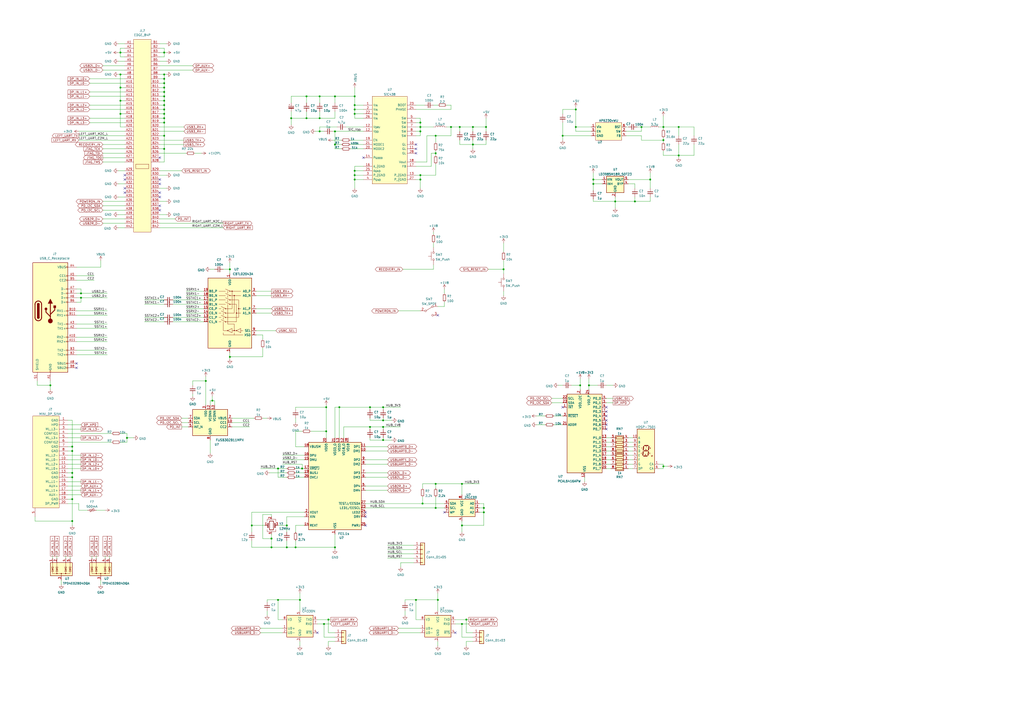
<source format=kicad_sch>
(kicad_sch (version 20210621) (generator eeschema)
  (paper "A2")
  (junction (at 29.21 223.52))
  (junction (at 41.91 259.08))
  (junction (at 41.91 261.62))
  (junction (at 41.91 274.32))
  (junction (at 41.91 276.86))
  (junction (at 41.91 289.56))
  (junction (at 41.91 302.26))
  (junction (at 46.99 170.18))
  (junction (at 46.99 172.72))
  (junction (at 69.85 30.48))
  (junction (at 69.85 43.18))
  (junction (at 69.85 50.8))
  (junction (at 69.85 58.42))
  (junction (at 69.85 66.04))
  (junction (at 73.66 254))
  (junction (at 95.25 30.48))
  (junction (at 95.25 43.18))
  (junction (at 95.25 45.72))
  (junction (at 95.25 48.26))
  (junction (at 95.25 50.8))
  (junction (at 95.25 53.34))
  (junction (at 95.25 55.88))
  (junction (at 95.25 58.42))
  (junction (at 95.25 60.96))
  (junction (at 95.25 63.5))
  (junction (at 95.25 66.04))
  (junction (at 95.25 68.58))
  (junction (at 95.25 71.12))
  (junction (at 95.25 78.74))
  (junction (at 95.25 86.36))
  (junction (at 119.38 220.98))
  (junction (at 123.19 232.41))
  (junction (at 133.35 156.21))
  (junction (at 133.35 207.01))
  (junction (at 146.05 304.8))
  (junction (at 157.48 312.42))
  (junction (at 157.48 317.5))
  (junction (at 161.29 271.78))
  (junction (at 161.29 347.98))
  (junction (at 166.37 304.8))
  (junction (at 166.37 317.5))
  (junction (at 168.91 68.58))
  (junction (at 171.45 317.5))
  (junction (at 173.99 347.98))
  (junction (at 175.26 271.78))
  (junction (at 177.8 55.88))
  (junction (at 177.8 68.58))
  (junction (at 185.42 55.88))
  (junction (at 185.42 68.58))
  (junction (at 185.42 76.2))
  (junction (at 187.96 361.95))
  (junction (at 189.23 236.22))
  (junction (at 189.23 250.19))
  (junction (at 190.5 359.41))
  (junction (at 194.31 55.88))
  (junction (at 194.31 76.2))
  (junction (at 194.31 83.82))
  (junction (at 194.31 317.5))
  (junction (at 196.85 236.22))
  (junction (at 205.74 55.88))
  (junction (at 205.74 60.96))
  (junction (at 205.74 63.5))
  (junction (at 205.74 66.04))
  (junction (at 205.74 99.06))
  (junction (at 205.74 101.6))
  (junction (at 205.74 104.14))
  (junction (at 214.63 236.22))
  (junction (at 214.63 247.65))
  (junction (at 222.25 236.22))
  (junction (at 222.25 243.84))
  (junction (at 222.25 247.65))
  (junction (at 222.25 255.27))
  (junction (at 241.3 347.98))
  (junction (at 243.84 71.12))
  (junction (at 243.84 73.66))
  (junction (at 243.84 76.2))
  (junction (at 243.84 101.6))
  (junction (at 243.84 104.14))
  (junction (at 245.11 292.1))
  (junction (at 252.73 78.74))
  (junction (at 252.73 88.9))
  (junction (at 252.73 280.67))
  (junction (at 252.73 294.64))
  (junction (at 254 347.98))
  (junction (at 261.62 73.66))
  (junction (at 266.7 73.66))
  (junction (at 267.97 280.67))
  (junction (at 267.97 304.8))
  (junction (at 267.97 361.95))
  (junction (at 270.51 359.41))
  (junction (at 274.32 73.66))
  (junction (at 274.32 83.82))
  (junction (at 280.67 294.64))
  (junction (at 280.67 297.18))
  (junction (at 281.94 73.66))
  (junction (at 292.1 156.21))
  (junction (at 326.39 78.74))
  (junction (at 334.01 63.5))
  (junction (at 334.01 73.66))
  (junction (at 336.55 223.52))
  (junction (at 341.63 223.52))
  (junction (at 344.17 104.14))
  (junction (at 344.17 106.68))
  (junction (at 356.87 116.84))
  (junction (at 368.3 116.84))
  (junction (at 372.11 73.66))
  (junction (at 377.19 104.14))
  (junction (at 384.81 73.66))
  (junction (at 384.81 81.28))
  (junction (at 384.81 270.51))
  (junction (at 393.7 73.66))
  (junction (at 393.7 90.17))
  (no_connect (at 44.45 210.82))
  (no_connect (at 44.45 213.36))
  (no_connect (at 72.39 101.6))
  (no_connect (at 72.39 104.14))
  (no_connect (at 72.39 109.22))
  (no_connect (at 72.39 111.76))
  (no_connect (at 92.71 91.44))
  (no_connect (at 92.71 104.14))
  (no_connect (at 92.71 106.68))
  (no_connect (at 92.71 111.76))
  (no_connect (at 92.71 114.3))
  (no_connect (at 92.71 119.38))
  (no_connect (at 92.71 121.92))
  (no_connect (at 184.15 367.03))
  (no_connect (at 210.82 91.44))
  (no_connect (at 212.09 297.18))
  (no_connect (at 212.09 299.72))
  (no_connect (at 212.09 304.8))
  (no_connect (at 241.3 83.82))
  (no_connect (at 241.3 86.36))
  (no_connect (at 241.3 88.9))
  (no_connect (at 254 182.88))
  (no_connect (at 257.81 297.18))
  (no_connect (at 264.16 367.03))
  (no_connect (at 326.39 236.22))
  (no_connect (at 351.79 236.22))
  (no_connect (at 351.79 238.76))
  (no_connect (at 351.79 241.3))
  (no_connect (at 351.79 243.84))
  (no_connect (at 351.79 246.38))
  (no_connect (at 351.79 248.92))
  (wire (pts (xy 20.32 302.26) (xy 20.32 299.72)))
  (wire (pts (xy 21.59 223.52) (xy 21.59 220.98)))
  (wire (pts (xy 29.21 220.98) (xy 29.21 223.52)))
  (wire (pts (xy 29.21 223.52) (xy 21.59 223.52)))
  (wire (pts (xy 29.21 223.52) (xy 29.21 226.06)))
  (wire (pts (xy 30.48 322.58) (xy 30.48 323.85)))
  (wire (pts (xy 33.02 322.58) (xy 33.02 323.85)))
  (wire (pts (xy 35.56 336.55) (xy 35.56 339.09)))
  (wire (pts (xy 38.1 322.58) (xy 38.1 323.85)))
  (wire (pts (xy 39.37 246.38) (xy 46.99 246.38)))
  (wire (pts (xy 39.37 248.92) (xy 46.99 248.92)))
  (wire (pts (xy 39.37 251.46) (xy 64.77 251.46)))
  (wire (pts (xy 39.37 254) (xy 46.99 254)))
  (wire (pts (xy 39.37 256.54) (xy 64.77 256.54)))
  (wire (pts (xy 39.37 259.08) (xy 41.91 259.08)))
  (wire (pts (xy 39.37 261.62) (xy 41.91 261.62)))
  (wire (pts (xy 39.37 264.16) (xy 46.99 264.16)))
  (wire (pts (xy 39.37 266.7) (xy 46.99 266.7)))
  (wire (pts (xy 39.37 269.24) (xy 46.99 269.24)))
  (wire (pts (xy 39.37 271.78) (xy 46.99 271.78)))
  (wire (pts (xy 39.37 274.32) (xy 41.91 274.32)))
  (wire (pts (xy 39.37 276.86) (xy 41.91 276.86)))
  (wire (pts (xy 39.37 279.4) (xy 46.99 279.4)))
  (wire (pts (xy 39.37 281.94) (xy 46.99 281.94)))
  (wire (pts (xy 39.37 284.48) (xy 46.99 284.48)))
  (wire (pts (xy 39.37 287.02) (xy 46.99 287.02)))
  (wire (pts (xy 39.37 289.56) (xy 41.91 289.56)))
  (wire (pts (xy 40.64 322.58) (xy 40.64 323.85)))
  (wire (pts (xy 41.91 243.84) (xy 39.37 243.84)))
  (wire (pts (xy 41.91 259.08) (xy 41.91 243.84)))
  (wire (pts (xy 41.91 261.62) (xy 41.91 259.08)))
  (wire (pts (xy 41.91 274.32) (xy 41.91 261.62)))
  (wire (pts (xy 41.91 276.86) (xy 41.91 274.32)))
  (wire (pts (xy 41.91 289.56) (xy 41.91 276.86)))
  (wire (pts (xy 41.91 302.26) (xy 20.32 302.26)))
  (wire (pts (xy 41.91 302.26) (xy 41.91 289.56)))
  (wire (pts (xy 41.91 304.8) (xy 41.91 302.26)))
  (wire (pts (xy 44.45 154.94) (xy 58.42 154.94)))
  (wire (pts (xy 44.45 160.02) (xy 54.61 160.02)))
  (wire (pts (xy 44.45 162.56) (xy 54.61 162.56)))
  (wire (pts (xy 44.45 167.64) (xy 46.99 167.64)))
  (wire (pts (xy 44.45 170.18) (xy 46.99 170.18)))
  (wire (pts (xy 44.45 172.72) (xy 46.99 172.72)))
  (wire (pts (xy 44.45 180.34) (xy 62.23 180.34)))
  (wire (pts (xy 44.45 182.88) (xy 62.23 182.88)))
  (wire (pts (xy 44.45 187.96) (xy 62.23 187.96)))
  (wire (pts (xy 44.45 190.5) (xy 62.23 190.5)))
  (wire (pts (xy 44.45 195.58) (xy 62.23 195.58)))
  (wire (pts (xy 44.45 198.12) (xy 62.23 198.12)))
  (wire (pts (xy 44.45 203.2) (xy 62.23 203.2)))
  (wire (pts (xy 44.45 205.74) (xy 62.23 205.74)))
  (wire (pts (xy 45.72 76.2) (xy 72.39 76.2)))
  (wire (pts (xy 45.72 78.74) (xy 72.39 78.74)))
  (wire (pts (xy 45.72 81.28) (xy 72.39 81.28)))
  (wire (pts (xy 45.72 292.1) (xy 39.37 292.1)))
  (wire (pts (xy 45.72 295.91) (xy 45.72 292.1)))
  (wire (pts (xy 45.72 295.91) (xy 50.8 295.91)))
  (wire (pts (xy 46.99 167.64) (xy 46.99 170.18)))
  (wire (pts (xy 46.99 170.18) (xy 62.23 170.18)))
  (wire (pts (xy 46.99 172.72) (xy 46.99 175.26)))
  (wire (pts (xy 46.99 172.72) (xy 62.23 172.72)))
  (wire (pts (xy 46.99 175.26) (xy 44.45 175.26)))
  (wire (pts (xy 52.07 45.72) (xy 72.39 45.72)))
  (wire (pts (xy 52.07 48.26) (xy 72.39 48.26)))
  (wire (pts (xy 52.07 53.34) (xy 72.39 53.34)))
  (wire (pts (xy 52.07 55.88) (xy 72.39 55.88)))
  (wire (pts (xy 52.07 60.96) (xy 72.39 60.96)))
  (wire (pts (xy 52.07 63.5) (xy 72.39 63.5)))
  (wire (pts (xy 52.07 68.58) (xy 72.39 68.58)))
  (wire (pts (xy 52.07 71.12) (xy 72.39 71.12)))
  (wire (pts (xy 53.34 322.58) (xy 53.34 323.85)))
  (wire (pts (xy 55.88 295.91) (xy 60.96 295.91)))
  (wire (pts (xy 55.88 322.58) (xy 55.88 323.85)))
  (wire (pts (xy 58.42 154.94) (xy 58.42 151.13)))
  (wire (pts (xy 58.42 336.55) (xy 58.42 339.09)))
  (wire (pts (xy 59.69 38.1) (xy 72.39 38.1)))
  (wire (pts (xy 59.69 40.64) (xy 72.39 40.64)))
  (wire (pts (xy 59.69 83.82) (xy 72.39 83.82)))
  (wire (pts (xy 59.69 86.36) (xy 72.39 86.36)))
  (wire (pts (xy 59.69 88.9) (xy 72.39 88.9)))
  (wire (pts (xy 59.69 91.44) (xy 72.39 91.44)))
  (wire (pts (xy 59.69 93.98) (xy 72.39 93.98)))
  (wire (pts (xy 59.69 116.84) (xy 72.39 116.84)))
  (wire (pts (xy 59.69 119.38) (xy 72.39 119.38)))
  (wire (pts (xy 59.69 121.92) (xy 72.39 121.92)))
  (wire (pts (xy 59.69 127) (xy 72.39 127)))
  (wire (pts (xy 59.69 129.54) (xy 72.39 129.54)))
  (wire (pts (xy 60.96 322.58) (xy 60.96 323.85)))
  (wire (pts (xy 63.5 322.58) (xy 63.5 323.85)))
  (wire (pts (xy 68.58 25.4) (xy 72.39 25.4)))
  (wire (pts (xy 68.58 30.48) (xy 69.85 30.48)))
  (wire (pts (xy 68.58 35.56) (xy 72.39 35.56)))
  (wire (pts (xy 68.58 43.18) (xy 69.85 43.18)))
  (wire (pts (xy 68.58 99.06) (xy 72.39 99.06)))
  (wire (pts (xy 68.58 106.68) (xy 72.39 106.68)))
  (wire (pts (xy 68.58 114.3) (xy 72.39 114.3)))
  (wire (pts (xy 68.58 124.46) (xy 72.39 124.46)))
  (wire (pts (xy 68.58 132.08) (xy 72.39 132.08)))
  (wire (pts (xy 69.85 27.94) (xy 69.85 30.48)))
  (wire (pts (xy 69.85 27.94) (xy 72.39 27.94)))
  (wire (pts (xy 69.85 33.02) (xy 69.85 30.48)))
  (wire (pts (xy 69.85 43.18) (xy 69.85 50.8)))
  (wire (pts (xy 69.85 43.18) (xy 72.39 43.18)))
  (wire (pts (xy 69.85 50.8) (xy 69.85 58.42)))
  (wire (pts (xy 69.85 50.8) (xy 72.39 50.8)))
  (wire (pts (xy 69.85 58.42) (xy 69.85 66.04)))
  (wire (pts (xy 69.85 58.42) (xy 72.39 58.42)))
  (wire (pts (xy 69.85 66.04) (xy 69.85 73.66)))
  (wire (pts (xy 69.85 66.04) (xy 72.39 66.04)))
  (wire (pts (xy 69.85 73.66) (xy 72.39 73.66)))
  (wire (pts (xy 69.85 256.54) (xy 73.66 256.54)))
  (wire (pts (xy 72.39 30.48) (xy 69.85 30.48)))
  (wire (pts (xy 72.39 33.02) (xy 69.85 33.02)))
  (wire (pts (xy 73.66 251.46) (xy 69.85 251.46)))
  (wire (pts (xy 73.66 254) (xy 73.66 251.46)))
  (wire (pts (xy 73.66 254) (xy 77.47 254)))
  (wire (pts (xy 73.66 256.54) (xy 73.66 254)))
  (wire (pts (xy 83.82 173.99) (xy 95.25 173.99)))
  (wire (pts (xy 83.82 176.53) (xy 95.25 176.53)))
  (wire (pts (xy 83.82 184.15) (xy 95.25 184.15)))
  (wire (pts (xy 83.82 186.69) (xy 95.25 186.69)))
  (wire (pts (xy 92.71 25.4) (xy 96.52 25.4)))
  (wire (pts (xy 92.71 30.48) (xy 95.25 30.48)))
  (wire (pts (xy 92.71 35.56) (xy 96.52 35.56)))
  (wire (pts (xy 92.71 38.1) (xy 111.76 38.1)))
  (wire (pts (xy 92.71 40.64) (xy 111.76 40.64)))
  (wire (pts (xy 92.71 43.18) (xy 95.25 43.18)))
  (wire (pts (xy 92.71 50.8) (xy 95.25 50.8)))
  (wire (pts (xy 92.71 53.34) (xy 95.25 53.34)))
  (wire (pts (xy 92.71 55.88) (xy 95.25 55.88)))
  (wire (pts (xy 92.71 58.42) (xy 95.25 58.42)))
  (wire (pts (xy 92.71 60.96) (xy 95.25 60.96)))
  (wire (pts (xy 92.71 63.5) (xy 95.25 63.5)))
  (wire (pts (xy 92.71 66.04) (xy 95.25 66.04)))
  (wire (pts (xy 92.71 68.58) (xy 95.25 68.58)))
  (wire (pts (xy 92.71 71.12) (xy 95.25 71.12)))
  (wire (pts (xy 92.71 73.66) (xy 106.68 73.66)))
  (wire (pts (xy 92.71 76.2) (xy 106.68 76.2)))
  (wire (pts (xy 92.71 81.28) (xy 106.68 81.28)))
  (wire (pts (xy 92.71 83.82) (xy 106.68 83.82)))
  (wire (pts (xy 92.71 88.9) (xy 107.95 88.9)))
  (wire (pts (xy 92.71 99.06) (xy 105.41 99.06)))
  (wire (pts (xy 92.71 101.6) (xy 96.52 101.6)))
  (wire (pts (xy 92.71 127) (xy 101.6 127)))
  (wire (pts (xy 95.25 27.94) (xy 92.71 27.94)))
  (wire (pts (xy 95.25 27.94) (xy 95.25 30.48)))
  (wire (pts (xy 95.25 30.48) (xy 95.25 33.02)))
  (wire (pts (xy 95.25 30.48) (xy 96.52 30.48)))
  (wire (pts (xy 95.25 33.02) (xy 92.71 33.02)))
  (wire (pts (xy 95.25 43.18) (xy 95.25 45.72)))
  (wire (pts (xy 95.25 43.18) (xy 96.52 43.18)))
  (wire (pts (xy 95.25 45.72) (xy 92.71 45.72)))
  (wire (pts (xy 95.25 45.72) (xy 95.25 48.26)))
  (wire (pts (xy 95.25 48.26) (xy 92.71 48.26)))
  (wire (pts (xy 95.25 50.8) (xy 95.25 48.26)))
  (wire (pts (xy 95.25 53.34) (xy 95.25 50.8)))
  (wire (pts (xy 95.25 55.88) (xy 95.25 53.34)))
  (wire (pts (xy 95.25 58.42) (xy 95.25 55.88)))
  (wire (pts (xy 95.25 60.96) (xy 95.25 58.42)))
  (wire (pts (xy 95.25 63.5) (xy 95.25 60.96)))
  (wire (pts (xy 95.25 66.04) (xy 95.25 63.5)))
  (wire (pts (xy 95.25 66.04) (xy 95.25 68.58)))
  (wire (pts (xy 95.25 71.12) (xy 95.25 68.58)))
  (wire (pts (xy 95.25 71.12) (xy 95.25 78.74)))
  (wire (pts (xy 95.25 78.74) (xy 92.71 78.74)))
  (wire (pts (xy 95.25 78.74) (xy 95.25 86.36)))
  (wire (pts (xy 95.25 86.36) (xy 92.71 86.36)))
  (wire (pts (xy 95.25 86.36) (xy 95.25 93.98)))
  (wire (pts (xy 95.25 93.98) (xy 92.71 93.98)))
  (wire (pts (xy 96.52 109.22) (xy 92.71 109.22)))
  (wire (pts (xy 96.52 116.84) (xy 92.71 116.84)))
  (wire (pts (xy 96.52 124.46) (xy 92.71 124.46)))
  (wire (pts (xy 100.33 173.99) (xy 118.11 173.99)))
  (wire (pts (xy 100.33 176.53) (xy 118.11 176.53)))
  (wire (pts (xy 100.33 184.15) (xy 118.11 184.15)))
  (wire (pts (xy 100.33 186.69) (xy 118.11 186.69)))
  (wire (pts (xy 105.41 242.57) (xy 109.22 242.57)))
  (wire (pts (xy 105.41 245.11) (xy 109.22 245.11)))
  (wire (pts (xy 105.41 247.65) (xy 109.22 247.65)))
  (wire (pts (xy 107.95 168.91) (xy 118.11 168.91)))
  (wire (pts (xy 107.95 171.45) (xy 118.11 171.45)))
  (wire (pts (xy 107.95 179.07) (xy 118.11 179.07)))
  (wire (pts (xy 107.95 181.61) (xy 118.11 181.61)))
  (wire (pts (xy 111.76 220.98) (xy 119.38 220.98)))
  (wire (pts (xy 111.76 223.52) (xy 111.76 220.98)))
  (wire (pts (xy 111.76 228.6) (xy 111.76 229.87)))
  (wire (pts (xy 113.03 88.9) (xy 116.84 88.9)))
  (wire (pts (xy 119.38 218.44) (xy 119.38 220.98)))
  (wire (pts (xy 119.38 220.98) (xy 119.38 234.95)))
  (wire (pts (xy 121.92 156.21) (xy 124.46 156.21)))
  (wire (pts (xy 121.92 232.41) (xy 121.92 234.95)))
  (wire (pts (xy 121.92 255.27) (xy 121.92 262.89)))
  (wire (pts (xy 123.19 229.87) (xy 123.19 232.41)))
  (wire (pts (xy 123.19 232.41) (xy 121.92 232.41)))
  (wire (pts (xy 123.19 232.41) (xy 124.46 232.41)))
  (wire (pts (xy 124.46 232.41) (xy 124.46 234.95)))
  (wire (pts (xy 129.54 129.54) (xy 92.71 129.54)))
  (wire (pts (xy 129.54 132.08) (xy 92.71 132.08)))
  (wire (pts (xy 129.54 156.21) (xy 133.35 156.21)))
  (wire (pts (xy 133.35 152.4) (xy 133.35 156.21)))
  (wire (pts (xy 133.35 156.21) (xy 133.35 158.75)))
  (wire (pts (xy 133.35 204.47) (xy 133.35 207.01)))
  (wire (pts (xy 133.35 207.01) (xy 133.35 208.28)))
  (wire (pts (xy 134.62 242.57) (xy 147.32 242.57)))
  (wire (pts (xy 134.62 245.11) (xy 144.78 245.11)))
  (wire (pts (xy 134.62 247.65) (xy 144.78 247.65)))
  (wire (pts (xy 146.05 297.18) (xy 146.05 304.8)))
  (wire (pts (xy 146.05 304.8) (xy 146.05 308.61)))
  (wire (pts (xy 146.05 304.8) (xy 153.67 304.8)))
  (wire (pts (xy 146.05 313.69) (xy 146.05 317.5)))
  (wire (pts (xy 146.05 317.5) (xy 157.48 317.5)))
  (wire (pts (xy 148.59 168.91) (xy 157.48 168.91)))
  (wire (pts (xy 148.59 171.45) (xy 157.48 171.45)))
  (wire (pts (xy 148.59 179.07) (xy 157.48 179.07)))
  (wire (pts (xy 148.59 181.61) (xy 157.48 181.61)))
  (wire (pts (xy 148.59 191.77) (xy 160.02 191.77)))
  (wire (pts (xy 148.59 194.31) (xy 152.4 194.31)))
  (wire (pts (xy 151.13 271.78) (xy 161.29 271.78)))
  (wire (pts (xy 152.4 194.31) (xy 152.4 196.85)))
  (wire (pts (xy 152.4 201.93) (xy 152.4 207.01)))
  (wire (pts (xy 152.4 207.01) (xy 133.35 207.01)))
  (wire (pts (xy 152.4 242.57) (xy 154.94 242.57)))
  (wire (pts (xy 152.4 298.45) (xy 157.48 298.45)))
  (wire (pts (xy 152.4 312.42) (xy 152.4 298.45)))
  (wire (pts (xy 154.94 347.98) (xy 161.29 347.98)))
  (wire (pts (xy 154.94 349.25) (xy 154.94 347.98)))
  (wire (pts (xy 154.94 354.33) (xy 154.94 356.87)))
  (wire (pts (xy 156.21 274.32) (xy 166.37 274.32)))
  (wire (pts (xy 157.48 298.45) (xy 157.48 299.72)))
  (wire (pts (xy 157.48 309.88) (xy 157.48 312.42)))
  (wire (pts (xy 157.48 312.42) (xy 152.4 312.42)))
  (wire (pts (xy 157.48 312.42) (xy 157.48 317.5)))
  (wire (pts (xy 157.48 317.5) (xy 166.37 317.5)))
  (wire (pts (xy 161.29 271.78) (xy 166.37 271.78)))
  (wire (pts (xy 161.29 276.86) (xy 161.29 271.78)))
  (wire (pts (xy 161.29 304.8) (xy 166.37 304.8)))
  (wire (pts (xy 161.29 347.98) (xy 161.29 359.41)))
  (wire (pts (xy 161.29 359.41) (xy 163.83 359.41)))
  (wire (pts (xy 163.83 264.16) (xy 176.53 264.16)))
  (wire (pts (xy 163.83 266.7) (xy 176.53 266.7)))
  (wire (pts (xy 163.83 269.24) (xy 175.26 269.24)))
  (wire (pts (xy 163.83 364.49) (xy 151.13 364.49)))
  (wire (pts (xy 163.83 367.03) (xy 151.13 367.03)))
  (wire (pts (xy 166.37 276.86) (xy 161.29 276.86)))
  (wire (pts (xy 166.37 299.72) (xy 176.53 299.72)))
  (wire (pts (xy 166.37 304.8) (xy 166.37 299.72)))
  (wire (pts (xy 166.37 304.8) (xy 166.37 308.61)))
  (wire (pts (xy 166.37 313.69) (xy 166.37 317.5)))
  (wire (pts (xy 166.37 317.5) (xy 171.45 317.5)))
  (wire (pts (xy 168.91 55.88) (xy 168.91 59.69)))
  (wire (pts (xy 168.91 68.58) (xy 168.91 64.77)))
  (wire (pts (xy 168.91 68.58) (xy 168.91 72.39)))
  (wire (pts (xy 171.45 236.22) (xy 171.45 237.49)))
  (wire (pts (xy 171.45 242.57) (xy 171.45 245.11)))
  (wire (pts (xy 171.45 250.19) (xy 171.45 259.08)))
  (wire (pts (xy 171.45 259.08) (xy 176.53 259.08)))
  (wire (pts (xy 171.45 271.78) (xy 175.26 271.78)))
  (wire (pts (xy 171.45 274.32) (xy 176.53 274.32)))
  (wire (pts (xy 171.45 276.86) (xy 176.53 276.86)))
  (wire (pts (xy 171.45 304.8) (xy 176.53 304.8)))
  (wire (pts (xy 171.45 308.61) (xy 171.45 304.8)))
  (wire (pts (xy 171.45 313.69) (xy 171.45 317.5)))
  (wire (pts (xy 171.45 317.5) (xy 194.31 317.5)))
  (wire (pts (xy 173.99 344.17) (xy 173.99 347.98)))
  (wire (pts (xy 173.99 347.98) (xy 161.29 347.98)))
  (wire (pts (xy 173.99 347.98) (xy 173.99 354.33)))
  (wire (pts (xy 173.99 372.11) (xy 173.99 374.65)))
  (wire (pts (xy 175.26 250.19) (xy 171.45 250.19)))
  (wire (pts (xy 175.26 271.78) (xy 175.26 269.24)))
  (wire (pts (xy 175.26 271.78) (xy 176.53 271.78)))
  (wire (pts (xy 176.53 297.18) (xy 146.05 297.18)))
  (wire (pts (xy 177.8 55.88) (xy 168.91 55.88)))
  (wire (pts (xy 177.8 55.88) (xy 177.8 59.69)))
  (wire (pts (xy 177.8 64.77) (xy 177.8 68.58)))
  (wire (pts (xy 177.8 68.58) (xy 168.91 68.58)))
  (wire (pts (xy 180.34 250.19) (xy 189.23 250.19)))
  (wire (pts (xy 182.88 76.2) (xy 185.42 76.2)))
  (wire (pts (xy 184.15 359.41) (xy 190.5 359.41)))
  (wire (pts (xy 184.15 361.95) (xy 187.96 361.95)))
  (wire (pts (xy 185.42 55.88) (xy 177.8 55.88)))
  (wire (pts (xy 185.42 55.88) (xy 185.42 59.69)))
  (wire (pts (xy 185.42 64.77) (xy 185.42 68.58)))
  (wire (pts (xy 185.42 68.58) (xy 177.8 68.58)))
  (wire (pts (xy 185.42 73.66) (xy 185.42 76.2)))
  (wire (pts (xy 185.42 76.2) (xy 187.96 76.2)))
  (wire (pts (xy 187.96 361.95) (xy 191.77 361.95)))
  (wire (pts (xy 187.96 369.57) (xy 187.96 361.95)))
  (wire (pts (xy 189.23 234.95) (xy 189.23 236.22)))
  (wire (pts (xy 189.23 236.22) (xy 171.45 236.22)))
  (wire (pts (xy 189.23 236.22) (xy 189.23 250.19)))
  (wire (pts (xy 189.23 250.19) (xy 189.23 254)))
  (wire (pts (xy 190.5 359.41) (xy 191.77 359.41)))
  (wire (pts (xy 190.5 367.03) (xy 190.5 359.41)))
  (wire (pts (xy 190.5 372.11) (xy 194.31 372.11)))
  (wire (pts (xy 190.5 374.65) (xy 190.5 372.11)))
  (wire (pts (xy 193.04 76.2) (xy 194.31 76.2)))
  (wire (pts (xy 193.04 81.28) (xy 198.12 81.28)))
  (wire (pts (xy 194.31 55.88) (xy 185.42 55.88)))
  (wire (pts (xy 194.31 55.88) (xy 194.31 59.69)))
  (wire (pts (xy 194.31 64.77) (xy 194.31 68.58)))
  (wire (pts (xy 194.31 68.58) (xy 185.42 68.58)))
  (wire (pts (xy 194.31 76.2) (xy 194.31 83.82)))
  (wire (pts (xy 194.31 76.2) (xy 210.82 76.2)))
  (wire (pts (xy 194.31 83.82) (xy 194.31 86.36)))
  (wire (pts (xy 194.31 83.82) (xy 198.12 83.82)))
  (wire (pts (xy 194.31 86.36) (xy 198.12 86.36)))
  (wire (pts (xy 194.31 236.22) (xy 196.85 236.22)))
  (wire (pts (xy 194.31 254) (xy 194.31 236.22)))
  (wire (pts (xy 194.31 309.88) (xy 194.31 317.5)))
  (wire (pts (xy 194.31 317.5) (xy 194.31 318.77)))
  (wire (pts (xy 194.31 367.03) (xy 190.5 367.03)))
  (wire (pts (xy 194.31 369.57) (xy 187.96 369.57)))
  (wire (pts (xy 195.58 73.66) (xy 185.42 73.66)))
  (wire (pts (xy 196.85 236.22) (xy 196.85 254)))
  (wire (pts (xy 196.85 236.22) (xy 214.63 236.22)))
  (wire (pts (xy 199.39 247.65) (xy 214.63 247.65)))
  (wire (pts (xy 199.39 254) (xy 199.39 247.65)))
  (wire (pts (xy 200.66 73.66) (xy 210.82 73.66)))
  (wire (pts (xy 203.2 81.28) (xy 210.82 81.28)))
  (wire (pts (xy 203.2 83.82) (xy 210.82 83.82)))
  (wire (pts (xy 203.2 86.36) (xy 210.82 86.36)))
  (wire (pts (xy 205.74 50.8) (xy 205.74 55.88)))
  (wire (pts (xy 205.74 55.88) (xy 194.31 55.88)))
  (wire (pts (xy 205.74 55.88) (xy 205.74 60.96)))
  (wire (pts (xy 205.74 60.96) (xy 205.74 63.5)))
  (wire (pts (xy 205.74 60.96) (xy 210.82 60.96)))
  (wire (pts (xy 205.74 63.5) (xy 205.74 66.04)))
  (wire (pts (xy 205.74 63.5) (xy 210.82 63.5)))
  (wire (pts (xy 205.74 66.04) (xy 205.74 68.58)))
  (wire (pts (xy 205.74 66.04) (xy 210.82 66.04)))
  (wire (pts (xy 205.74 68.58) (xy 210.82 68.58)))
  (wire (pts (xy 205.74 96.52) (xy 210.82 96.52)))
  (wire (pts (xy 205.74 99.06) (xy 205.74 96.52)))
  (wire (pts (xy 205.74 99.06) (xy 210.82 99.06)))
  (wire (pts (xy 205.74 101.6) (xy 205.74 99.06)))
  (wire (pts (xy 205.74 101.6) (xy 210.82 101.6)))
  (wire (pts (xy 205.74 104.14) (xy 205.74 101.6)))
  (wire (pts (xy 205.74 104.14) (xy 210.82 104.14)))
  (wire (pts (xy 205.74 109.22) (xy 205.74 104.14)))
  (wire (pts (xy 212.09 259.08) (xy 224.79 259.08)))
  (wire (pts (xy 212.09 261.62) (xy 224.79 261.62)))
  (wire (pts (xy 212.09 266.7) (xy 224.79 266.7)))
  (wire (pts (xy 212.09 269.24) (xy 224.79 269.24)))
  (wire (pts (xy 212.09 292.1) (xy 245.11 292.1)))
  (wire (pts (xy 212.09 294.64) (xy 252.73 294.64)))
  (wire (pts (xy 214.63 236.22) (xy 214.63 237.49)))
  (wire (pts (xy 214.63 236.22) (xy 222.25 236.22)))
  (wire (pts (xy 214.63 242.57) (xy 214.63 243.84)))
  (wire (pts (xy 214.63 243.84) (xy 222.25 243.84)))
  (wire (pts (xy 214.63 247.65) (xy 214.63 248.92)))
  (wire (pts (xy 214.63 247.65) (xy 222.25 247.65)))
  (wire (pts (xy 214.63 254) (xy 214.63 255.27)))
  (wire (pts (xy 214.63 255.27) (xy 222.25 255.27)))
  (wire (pts (xy 222.25 236.22) (xy 222.25 237.49)))
  (wire (pts (xy 222.25 236.22) (xy 232.41 236.22)))
  (wire (pts (xy 222.25 243.84) (xy 222.25 242.57)))
  (wire (pts (xy 222.25 243.84) (xy 227.33 243.84)))
  (wire (pts (xy 222.25 247.65) (xy 222.25 248.92)))
  (wire (pts (xy 222.25 247.65) (xy 232.41 247.65)))
  (wire (pts (xy 222.25 255.27) (xy 222.25 254)))
  (wire (pts (xy 222.25 255.27) (xy 227.33 255.27)))
  (wire (pts (xy 224.79 274.32) (xy 212.09 274.32)))
  (wire (pts (xy 224.79 276.86) (xy 212.09 276.86)))
  (wire (pts (xy 224.79 281.94) (xy 212.09 281.94)))
  (wire (pts (xy 224.79 284.48) (xy 212.09 284.48)))
  (wire (pts (xy 224.79 316.23) (xy 240.03 316.23)))
  (wire (pts (xy 224.79 321.31) (xy 240.03 321.31)))
  (wire (pts (xy 224.79 323.85) (xy 240.03 323.85)))
  (wire (pts (xy 231.14 180.34) (xy 243.84 180.34)))
  (wire (pts (xy 232.41 326.39) (xy 240.03 326.39)))
  (wire (pts (xy 232.41 328.93) (xy 232.41 326.39)))
  (wire (pts (xy 234.95 347.98) (xy 241.3 347.98)))
  (wire (pts (xy 234.95 349.25) (xy 234.95 347.98)))
  (wire (pts (xy 234.95 354.33) (xy 234.95 356.87)))
  (wire (pts (xy 240.03 318.77) (xy 224.79 318.77)))
  (wire (pts (xy 241.3 60.96) (xy 246.38 60.96)))
  (wire (pts (xy 241.3 63.5) (xy 261.62 63.5)))
  (wire (pts (xy 241.3 71.12) (xy 243.84 71.12)))
  (wire (pts (xy 241.3 73.66) (xy 243.84 73.66)))
  (wire (pts (xy 241.3 76.2) (xy 243.84 76.2)))
  (wire (pts (xy 241.3 78.74) (xy 243.84 78.74)))
  (wire (pts (xy 241.3 93.98) (xy 247.65 93.98)))
  (wire (pts (xy 241.3 96.52) (xy 250.19 96.52)))
  (wire (pts (xy 241.3 101.6) (xy 243.84 101.6)))
  (wire (pts (xy 241.3 347.98) (xy 241.3 359.41)))
  (wire (pts (xy 241.3 359.41) (xy 243.84 359.41)))
  (wire (pts (xy 243.84 68.58) (xy 241.3 68.58)))
  (wire (pts (xy 243.84 71.12) (xy 243.84 68.58)))
  (wire (pts (xy 243.84 73.66) (xy 243.84 71.12)))
  (wire (pts (xy 243.84 73.66) (xy 251.46 73.66)))
  (wire (pts (xy 243.84 76.2) (xy 243.84 73.66)))
  (wire (pts (xy 243.84 78.74) (xy 243.84 76.2)))
  (wire (pts (xy 243.84 101.6) (xy 243.84 104.14)))
  (wire (pts (xy 243.84 101.6) (xy 252.73 101.6)))
  (wire (pts (xy 243.84 104.14) (xy 241.3 104.14)))
  (wire (pts (xy 243.84 104.14) (xy 243.84 109.22)))
  (wire (pts (xy 243.84 364.49) (xy 231.14 364.49)))
  (wire (pts (xy 243.84 367.03) (xy 231.14 367.03)))
  (wire (pts (xy 245.11 280.67) (xy 245.11 283.21)))
  (wire (pts (xy 245.11 288.29) (xy 245.11 292.1)))
  (wire (pts (xy 245.11 292.1) (xy 257.81 292.1)))
  (wire (pts (xy 247.65 78.74) (xy 252.73 78.74)))
  (wire (pts (xy 247.65 93.98) (xy 247.65 78.74)))
  (wire (pts (xy 250.19 88.9) (xy 252.73 88.9)))
  (wire (pts (xy 250.19 96.52) (xy 250.19 88.9)))
  (wire (pts (xy 251.46 60.96) (xy 254 60.96)))
  (wire (pts (xy 251.46 134.62) (xy 251.46 135.89)))
  (wire (pts (xy 251.46 140.97) (xy 251.46 143.51)))
  (wire (pts (xy 251.46 153.67) (xy 251.46 156.21)))
  (wire (pts (xy 251.46 156.21) (xy 233.68 156.21)))
  (wire (pts (xy 252.73 78.74) (xy 252.73 82.55)))
  (wire (pts (xy 252.73 78.74) (xy 261.62 78.74)))
  (wire (pts (xy 252.73 87.63) (xy 252.73 88.9)))
  (wire (pts (xy 252.73 88.9) (xy 252.73 90.17)))
  (wire (pts (xy 252.73 95.25) (xy 252.73 101.6)))
  (wire (pts (xy 252.73 280.67) (xy 245.11 280.67)))
  (wire (pts (xy 252.73 280.67) (xy 252.73 283.21)))
  (wire (pts (xy 252.73 280.67) (xy 267.97 280.67)))
  (wire (pts (xy 252.73 288.29) (xy 252.73 294.64)))
  (wire (pts (xy 252.73 294.64) (xy 257.81 294.64)))
  (wire (pts (xy 254 344.17) (xy 254 347.98)))
  (wire (pts (xy 254 347.98) (xy 241.3 347.98)))
  (wire (pts (xy 254 347.98) (xy 254 354.33)))
  (wire (pts (xy 254 372.11) (xy 254 374.65)))
  (wire (pts (xy 257.81 167.64) (xy 257.81 170.18)))
  (wire (pts (xy 257.81 175.26) (xy 257.81 177.8)))
  (wire (pts (xy 257.81 177.8) (xy 254 177.8)))
  (wire (pts (xy 259.08 73.66) (xy 261.62 73.66)))
  (wire (pts (xy 261.62 60.96) (xy 259.08 60.96)))
  (wire (pts (xy 261.62 63.5) (xy 261.62 60.96)))
  (wire (pts (xy 261.62 73.66) (xy 266.7 73.66)))
  (wire (pts (xy 261.62 78.74) (xy 261.62 73.66)))
  (wire (pts (xy 264.16 359.41) (xy 270.51 359.41)))
  (wire (pts (xy 264.16 361.95) (xy 267.97 361.95)))
  (wire (pts (xy 266.7 73.66) (xy 266.7 76.2)))
  (wire (pts (xy 266.7 73.66) (xy 274.32 73.66)))
  (wire (pts (xy 266.7 81.28) (xy 266.7 83.82)))
  (wire (pts (xy 266.7 83.82) (xy 274.32 83.82)))
  (wire (pts (xy 267.97 280.67) (xy 267.97 287.02)))
  (wire (pts (xy 267.97 280.67) (xy 278.13 280.67)))
  (wire (pts (xy 267.97 302.26) (xy 267.97 304.8)))
  (wire (pts (xy 267.97 304.8) (xy 267.97 308.61)))
  (wire (pts (xy 267.97 304.8) (xy 280.67 304.8)))
  (wire (pts (xy 267.97 361.95) (xy 271.78 361.95)))
  (wire (pts (xy 267.97 369.57) (xy 267.97 361.95)))
  (wire (pts (xy 270.51 359.41) (xy 271.78 359.41)))
  (wire (pts (xy 270.51 367.03) (xy 270.51 359.41)))
  (wire (pts (xy 270.51 372.11) (xy 274.32 372.11)))
  (wire (pts (xy 270.51 374.65) (xy 270.51 372.11)))
  (wire (pts (xy 274.32 73.66) (xy 274.32 76.2)))
  (wire (pts (xy 274.32 73.66) (xy 281.94 73.66)))
  (wire (pts (xy 274.32 83.82) (xy 274.32 81.28)))
  (wire (pts (xy 274.32 83.82) (xy 274.32 86.36)))
  (wire (pts (xy 274.32 367.03) (xy 270.51 367.03)))
  (wire (pts (xy 274.32 369.57) (xy 267.97 369.57)))
  (wire (pts (xy 278.13 294.64) (xy 280.67 294.64)))
  (wire (pts (xy 278.13 297.18) (xy 280.67 297.18)))
  (wire (pts (xy 280.67 292.1) (xy 278.13 292.1)))
  (wire (pts (xy 280.67 294.64) (xy 280.67 292.1)))
  (wire (pts (xy 280.67 297.18) (xy 280.67 294.64)))
  (wire (pts (xy 280.67 304.8) (xy 280.67 297.18)))
  (wire (pts (xy 281.94 68.58) (xy 281.94 73.66)))
  (wire (pts (xy 281.94 73.66) (xy 281.94 76.2)))
  (wire (pts (xy 281.94 81.28) (xy 281.94 83.82)))
  (wire (pts (xy 281.94 83.82) (xy 274.32 83.82)))
  (wire (pts (xy 283.21 156.21) (xy 292.1 156.21)))
  (wire (pts (xy 292.1 140.97) (xy 292.1 146.05)))
  (wire (pts (xy 292.1 151.13) (xy 292.1 156.21)))
  (wire (pts (xy 292.1 156.21) (xy 292.1 158.75)))
  (wire (pts (xy 292.1 168.91) (xy 292.1 171.45)))
  (wire (pts (xy 311.15 241.3) (xy 316.23 241.3)))
  (wire (pts (xy 311.15 246.38) (xy 316.23 246.38)))
  (wire (pts (xy 320.04 231.14) (xy 326.39 231.14)))
  (wire (pts (xy 320.04 233.68) (xy 326.39 233.68)))
  (wire (pts (xy 321.31 241.3) (xy 326.39 241.3)))
  (wire (pts (xy 321.31 246.38) (xy 326.39 246.38)))
  (wire (pts (xy 323.85 223.52) (xy 326.39 223.52)))
  (wire (pts (xy 326.39 63.5) (xy 334.01 63.5)))
  (wire (pts (xy 326.39 66.04) (xy 326.39 63.5)))
  (wire (pts (xy 326.39 71.12) (xy 326.39 78.74)))
  (wire (pts (xy 326.39 78.74) (xy 326.39 81.28)))
  (wire (pts (xy 326.39 78.74) (xy 342.9 78.74)))
  (wire (pts (xy 331.47 223.52) (xy 336.55 223.52)))
  (wire (pts (xy 334.01 62.23) (xy 334.01 63.5)))
  (wire (pts (xy 334.01 63.5) (xy 334.01 73.66)))
  (wire (pts (xy 334.01 73.66) (xy 334.01 76.2)))
  (wire (pts (xy 334.01 73.66) (xy 342.9 73.66)))
  (wire (pts (xy 334.01 76.2) (xy 342.9 76.2)))
  (wire (pts (xy 336.55 219.71) (xy 336.55 223.52)))
  (wire (pts (xy 336.55 223.52) (xy 336.55 226.06)))
  (wire (pts (xy 339.09 276.86) (xy 339.09 279.4)))
  (wire (pts (xy 341.63 219.71) (xy 341.63 223.52)))
  (wire (pts (xy 341.63 223.52) (xy 341.63 226.06)))
  (wire (pts (xy 344.17 104.14) (xy 344.17 100.33)))
  (wire (pts (xy 344.17 104.14) (xy 344.17 106.68)))
  (wire (pts (xy 344.17 106.68) (xy 344.17 110.49)))
  (wire (pts (xy 344.17 106.68) (xy 349.25 106.68)))
  (wire (pts (xy 344.17 116.84) (xy 344.17 115.57)))
  (wire (pts (xy 346.71 223.52) (xy 341.63 223.52)))
  (wire (pts (xy 349.25 104.14) (xy 344.17 104.14)))
  (wire (pts (xy 351.79 223.52) (xy 355.6 223.52)))
  (wire (pts (xy 351.79 231.14) (xy 355.6 231.14)))
  (wire (pts (xy 351.79 233.68) (xy 355.6 233.68)))
  (wire (pts (xy 351.79 254) (xy 354.33 254)))
  (wire (pts (xy 351.79 256.54) (xy 354.33 256.54)))
  (wire (pts (xy 351.79 259.08) (xy 354.33 259.08)))
  (wire (pts (xy 351.79 261.62) (xy 354.33 261.62)))
  (wire (pts (xy 351.79 264.16) (xy 354.33 264.16)))
  (wire (pts (xy 351.79 266.7) (xy 354.33 266.7)))
  (wire (pts (xy 351.79 269.24) (xy 354.33 269.24)))
  (wire (pts (xy 351.79 271.78) (xy 354.33 271.78)))
  (wire (pts (xy 356.87 114.3) (xy 356.87 116.84)))
  (wire (pts (xy 356.87 116.84) (xy 344.17 116.84)))
  (wire (pts (xy 356.87 116.84) (xy 356.87 120.65)))
  (wire (pts (xy 356.87 116.84) (xy 368.3 116.84)))
  (wire (pts (xy 363.22 73.66) (xy 364.49 73.66)))
  (wire (pts (xy 364.49 104.14) (xy 377.19 104.14)))
  (wire (pts (xy 364.49 254) (xy 367.03 254)))
  (wire (pts (xy 364.49 256.54) (xy 367.03 256.54)))
  (wire (pts (xy 364.49 259.08) (xy 367.03 259.08)))
  (wire (pts (xy 364.49 261.62) (xy 367.03 261.62)))
  (wire (pts (xy 364.49 264.16) (xy 367.03 264.16)))
  (wire (pts (xy 364.49 266.7) (xy 367.03 266.7)))
  (wire (pts (xy 364.49 269.24) (xy 367.03 269.24)))
  (wire (pts (xy 364.49 271.78) (xy 367.03 271.78)))
  (wire (pts (xy 368.3 106.68) (xy 364.49 106.68)))
  (wire (pts (xy 368.3 109.22) (xy 368.3 106.68)))
  (wire (pts (xy 368.3 114.3) (xy 368.3 116.84)))
  (wire (pts (xy 368.3 116.84) (xy 377.19 116.84)))
  (wire (pts (xy 369.57 73.66) (xy 372.11 73.66)))
  (wire (pts (xy 372.11 73.66) (xy 372.11 76.2)))
  (wire (pts (xy 372.11 73.66) (xy 377.19 73.66)))
  (wire (pts (xy 372.11 76.2) (xy 363.22 76.2)))
  (wire (pts (xy 372.11 78.74) (xy 363.22 78.74)))
  (wire (pts (xy 372.11 81.28) (xy 372.11 78.74)))
  (wire (pts (xy 377.19 100.33) (xy 377.19 104.14)))
  (wire (pts (xy 377.19 104.14) (xy 377.19 109.22)))
  (wire (pts (xy 377.19 116.84) (xy 377.19 114.3)))
  (wire (pts (xy 382.27 73.66) (xy 384.81 73.66)))
  (wire (pts (xy 382.27 271.78) (xy 384.81 271.78)))
  (wire (pts (xy 384.81 67.31) (xy 384.81 73.66)))
  (wire (pts (xy 384.81 73.66) (xy 384.81 74.93)))
  (wire (pts (xy 384.81 80.01) (xy 384.81 81.28)))
  (wire (pts (xy 384.81 81.28) (xy 372.11 81.28)))
  (wire (pts (xy 384.81 81.28) (xy 384.81 82.55)))
  (wire (pts (xy 384.81 90.17) (xy 384.81 87.63)))
  (wire (pts (xy 384.81 90.17) (xy 393.7 90.17)))
  (wire (pts (xy 384.81 269.24) (xy 382.27 269.24)))
  (wire (pts (xy 384.81 270.51) (xy 384.81 269.24)))
  (wire (pts (xy 384.81 271.78) (xy 384.81 270.51)))
  (wire (pts (xy 387.35 270.51) (xy 384.81 270.51)))
  (wire (pts (xy 393.7 73.66) (xy 384.81 73.66)))
  (wire (pts (xy 393.7 73.66) (xy 402.59 73.66)))
  (wire (pts (xy 393.7 78.74) (xy 393.7 73.66)))
  (wire (pts (xy 393.7 83.82) (xy 393.7 90.17)))
  (wire (pts (xy 393.7 91.44) (xy 393.7 90.17)))
  (wire (pts (xy 402.59 73.66) (xy 402.59 78.74)))
  (wire (pts (xy 402.59 83.82) (xy 402.59 90.17)))
  (wire (pts (xy 402.59 90.17) (xy 393.7 90.17)))
  (label "LEFT_UART_M2C_L" (at 45.72 78.74 0))
  (label "LEFT_UART_C2M_L" (at 45.72 81.28 0))
  (label "CC1" (at 54.61 160.02 180))
  (label "CC2" (at 54.61 162.56 180))
  (label "USB2_D-" (at 62.23 170.18 180))
  (label "USB2_D+" (at 62.23 172.72 180))
  (label "SSRX1-" (at 62.23 180.34 180))
  (label "SSRX1+" (at 62.23 182.88 180))
  (label "SSTX1-" (at 62.23 187.96 180))
  (label "SSTX1+" (at 62.23 190.5 180))
  (label "SSRX2-" (at 62.23 195.58 180))
  (label "SSRX2+" (at 62.23 198.12 180))
  (label "SSTX2-" (at 62.23 203.2 180))
  (label "SSTX2+" (at 62.23 205.74 180))
  (label "SSTXC1+" (at 83.82 173.99 0))
  (label "SSTXC1-" (at 83.82 176.53 0))
  (label "SSTXC2+" (at 83.82 184.15 0))
  (label "SSTXC2-" (at 83.82 186.69 0))
  (label "SSRX1+" (at 107.95 168.91 0))
  (label "SSRX1-" (at 107.95 171.45 0))
  (label "SSTXC1+" (at 107.95 173.99 0))
  (label "SSTXC1-" (at 107.95 176.53 0))
  (label "SSRX2+" (at 107.95 179.07 0))
  (label "SSRX2-" (at 107.95 181.61 0))
  (label "SSTXC2+" (at 107.95 184.15 0))
  (label "SSTXC2-" (at 107.95 186.69 0))
  (label "RIGHT_UART_M2C_L" (at 129.54 129.54 180))
  (label "RIGHT_UART_C2M_L" (at 129.54 132.08 180))
  (label "CC1" (at 144.78 245.11 180))
  (label "CC2" (at 144.78 247.65 180))
  (label "HUB_3V3" (at 151.13 271.78 0))
  (label "USB2_D+" (at 163.83 264.16 0))
  (label "USB2_D-" (at 163.83 266.7 0))
  (label "HUB_RST" (at 163.83 269.24 0))
  (label "SiC_V_{DD}" (at 201.93 76.2 0))
  (label "HUB_SDA" (at 214.63 292.1 0))
  (label "HUB_SCL" (at 214.63 294.64 0))
  (label "HUB_3V3" (at 224.79 316.23 0))
  (label "HUB_SDA" (at 224.79 318.77 0))
  (label "HUB_SCL" (at 224.79 321.31 0))
  (label "HUB_RST" (at 224.79 323.85 0))
  (label "HUB_3V3" (at 232.41 236.22 180))
  (label "HUB_1V8" (at 232.41 247.65 180))
  (label "HUB_3V3" (at 278.13 280.67 180))
  (global_label "DP_IN_L3-" (shape passive) (at 30.48 322.58 90) (property "Intersheet References" "${INTERSHEET_REFS}" (effects hide)))
  (global_label "DP_IN_L3+" (shape passive) (at 33.02 322.58 90) (property "Intersheet References" "${INTERSHEET_REFS}" (effects hide)))
  (global_label "DP_IN_L2-" (shape passive) (at 38.1 322.58 90) (property "Intersheet References" "${INTERSHEET_REFS}" (effects hide)))
  (global_label "DP_IN_L2+" (shape passive) (at 40.64 322.58 90) (property "Intersheet References" "${INTERSHEET_REFS}" (effects hide)))
  (global_label "LEFT_UART_TX" (shape output) (at 45.72 78.74 180) (property "Intersheet References" "${INTERSHEET_REFS}" (effects hide)))
  (global_label "LEFT_UART_RX" (shape input) (at 45.72 81.28 180) (property "Intersheet References" "${INTERSHEET_REFS}" (effects hide)))
  (global_label "DP_HPD" (shape input) (at 46.99 246.38 0) (property "Intersheet References" "${INTERSHEET_REFS}" (effects hide)))
  (global_label "DP_IN_L3-" (shape output) (at 46.99 248.92 0) (property "Intersheet References" "${INTERSHEET_REFS}" (effects hide)))
  (global_label "DP_IN_L3+" (shape output) (at 46.99 254 0) (property "Intersheet References" "${INTERSHEET_REFS}" (effects hide)))
  (global_label "DP_IN_L2-" (shape output) (at 46.99 264.16 0) (property "Intersheet References" "${INTERSHEET_REFS}" (effects hide)))
  (global_label "DP_IN_L0-" (shape output) (at 46.99 266.7 0) (property "Intersheet References" "${INTERSHEET_REFS}" (effects hide)))
  (global_label "DP_IN_L2+" (shape output) (at 46.99 269.24 0) (property "Intersheet References" "${INTERSHEET_REFS}" (effects hide)))
  (global_label "DP_IN_L0+" (shape output) (at 46.99 271.78 0) (property "Intersheet References" "${INTERSHEET_REFS}" (effects hide)))
  (global_label "DP_IN_L1-" (shape output) (at 46.99 279.4 0) (property "Intersheet References" "${INTERSHEET_REFS}" (effects hide)))
  (global_label "DP_AUX+" (shape bidirectional) (at 46.99 281.94 0) (property "Intersheet References" "${INTERSHEET_REFS}" (effects hide)))
  (global_label "DP_IN_L1+" (shape output) (at 46.99 284.48 0) (property "Intersheet References" "${INTERSHEET_REFS}" (effects hide)))
  (global_label "DP_AUX-" (shape bidirectional) (at 46.99 287.02 0) (property "Intersheet References" "${INTERSHEET_REFS}" (effects hide)))
  (global_label "DP_IN_L0+" (shape input) (at 52.07 45.72 180) (property "Intersheet References" "${INTERSHEET_REFS}" (effects hide)))
  (global_label "DP_IN_L0-" (shape input) (at 52.07 48.26 180) (property "Intersheet References" "${INTERSHEET_REFS}" (effects hide)))
  (global_label "DP_IN_L1+" (shape input) (at 52.07 53.34 180) (property "Intersheet References" "${INTERSHEET_REFS}" (effects hide)))
  (global_label "DP_IN_L1-" (shape input) (at 52.07 55.88 180) (property "Intersheet References" "${INTERSHEET_REFS}" (effects hide)))
  (global_label "DP_IN_L2+" (shape input) (at 52.07 60.96 180) (property "Intersheet References" "${INTERSHEET_REFS}" (effects hide)))
  (global_label "DP_IN_L2-" (shape input) (at 52.07 63.5 180) (property "Intersheet References" "${INTERSHEET_REFS}" (effects hide)))
  (global_label "DP_IN_L3+" (shape input) (at 52.07 68.58 180) (property "Intersheet References" "${INTERSHEET_REFS}" (effects hide)))
  (global_label "DP_IN_L3-" (shape input) (at 52.07 71.12 180) (property "Intersheet References" "${INTERSHEET_REFS}" (effects hide)))
  (global_label "DP_IN_L0-" (shape passive) (at 53.34 322.58 90) (property "Intersheet References" "${INTERSHEET_REFS}" (effects hide)))
  (global_label "DP_IN_L0+" (shape passive) (at 55.88 322.58 90) (property "Intersheet References" "${INTERSHEET_REFS}" (effects hide)))
  (global_label "USB2L_D+" (shape bidirectional) (at 59.69 38.1 180) (property "Intersheet References" "${INTERSHEET_REFS}" (effects hide)))
  (global_label "USB2L_D-" (shape bidirectional) (at 59.69 40.64 180) (property "Intersheet References" "${INTERSHEET_REFS}" (effects hide)))
  (global_label "RECOVERY_IN" (shape bidirectional) (at 59.69 83.82 180) (property "Intersheet References" "${INTERSHEET_REFS}" (effects hide)))
  (global_label "JTAG_TCK" (shape input) (at 59.69 86.36 180) (property "Intersheet References" "${INTERSHEET_REFS}" (effects hide)))
  (global_label "JTAG_TDI" (shape input) (at 59.69 88.9 180) (property "Intersheet References" "${INTERSHEET_REFS}" (effects hide)))
  (global_label "JTAG_TDO" (shape output) (at 59.69 91.44 180) (property "Intersheet References" "${INTERSHEET_REFS}" (effects hide)))
  (global_label "JTAG_TMS" (shape input) (at 59.69 93.98 180) (property "Intersheet References" "${INTERSHEET_REFS}" (effects hide)))
  (global_label "POWERON_IN" (shape bidirectional) (at 59.69 116.84 180) (property "Intersheet References" "${INTERSHEET_REFS}" (effects hide)))
  (global_label "PD_I2C_SDA" (shape bidirectional) (at 59.69 119.38 180) (property "Intersheet References" "${INTERSHEET_REFS}" (effects hide)))
  (global_label "PD_I2C_SCL" (shape bidirectional) (at 59.69 121.92 180) (property "Intersheet References" "${INTERSHEET_REFS}" (effects hide)))
  (global_label "USB2R_D+" (shape bidirectional) (at 59.69 127 180) (property "Intersheet References" "${INTERSHEET_REFS}" (effects hide)))
  (global_label "USB2R_D-" (shape bidirectional) (at 59.69 129.54 180) (property "Intersheet References" "${INTERSHEET_REFS}" (effects hide)))
  (global_label "DP_IN_L1-" (shape passive) (at 60.96 322.58 90) (property "Intersheet References" "${INTERSHEET_REFS}" (effects hide)))
  (global_label "DP_IN_L1+" (shape passive) (at 63.5 322.58 90) (property "Intersheet References" "${INTERSHEET_REFS}" (effects hide)))
  (global_label "PD_INT" (shape input) (at 101.6 127 0) (property "Intersheet References" "${INTERSHEET_REFS}" (effects hide)))
  (global_label "SYS_RESET_IN" (shape bidirectional) (at 105.41 99.06 0) (property "Intersheet References" "${INTERSHEET_REFS}" (effects hide)))
  (global_label "PD_I2C_SDA" (shape bidirectional) (at 105.41 242.57 180) (property "Intersheet References" "${INTERSHEET_REFS}" (effects hide)))
  (global_label "PD_I2C_SCL" (shape bidirectional) (at 105.41 245.11 180) (property "Intersheet References" "${INTERSHEET_REFS}" (effects hide)))
  (global_label "PD_INT" (shape output) (at 105.41 247.65 180) (property "Intersheet References" "${INTERSHEET_REFS}" (effects hide)))
  (global_label "USB3_RX+" (shape input) (at 106.68 73.66 0) (property "Intersheet References" "${INTERSHEET_REFS}" (effects hide)))
  (global_label "USB3_RX-" (shape input) (at 106.68 76.2 0) (property "Intersheet References" "${INTERSHEET_REFS}" (effects hide)))
  (global_label "USB3_TX+" (shape output) (at 106.68 81.28 0) (property "Intersheet References" "${INTERSHEET_REFS}" (effects hide)))
  (global_label "USB3_TX+" (shape output) (at 106.68 83.82 0) (property "Intersheet References" "${INTERSHEET_REFS}" (effects hide)))
  (global_label "DP_AUX+" (shape bidirectional) (at 111.76 38.1 0) (property "Intersheet References" "${INTERSHEET_REFS}" (effects hide)))
  (global_label "DP_AUX-" (shape bidirectional) (at 111.76 40.64 0) (property "Intersheet References" "${INTERSHEET_REFS}" (effects hide)))
  (global_label "RIGHT_UART_TX" (shape output) (at 129.54 129.54 0) (property "Intersheet References" "${INTERSHEET_REFS}" (effects hide)))
  (global_label "RIGHT_UART_RX" (shape input) (at 129.54 132.08 0) (property "Intersheet References" "${INTERSHEET_REFS}" (effects hide)))
  (global_label "USBUART0_D+" (shape bidirectional) (at 151.13 364.49 180) (property "Intersheet References" "${INTERSHEET_REFS}" (effects hide)))
  (global_label "USBUART0_D-" (shape bidirectional) (at 151.13 367.03 180) (property "Intersheet References" "${INTERSHEET_REFS}" (effects hide)))
  (global_label "USB3_RX+" (shape output) (at 157.48 168.91 0) (property "Intersheet References" "${INTERSHEET_REFS}" (effects hide)))
  (global_label "USB3_RX-" (shape output) (at 157.48 171.45 0) (property "Intersheet References" "${INTERSHEET_REFS}" (effects hide)))
  (global_label "USB3_TX+" (shape input) (at 157.48 179.07 0) (property "Intersheet References" "${INTERSHEET_REFS}" (effects hide)))
  (global_label "USB3_TX+" (shape input) (at 157.48 181.61 0) (property "Intersheet References" "${INTERSHEET_REFS}" (effects hide)))
  (global_label "USBC_SEL" (shape input) (at 160.02 191.77 0) (property "Intersheet References" "${INTERSHEET_REFS}" (effects hide)))
  (global_label "LEFT_UART_RX" (shape output) (at 191.77 359.41 0) (property "Intersheet References" "${INTERSHEET_REFS}" (effects hide)))
  (global_label "LEFT_UART_TX" (shape input) (at 191.77 361.95 0) (property "Intersheet References" "${INTERSHEET_REFS}" (effects hide)))
  (global_label "USBUART0_D+" (shape bidirectional) (at 224.79 259.08 0) (property "Intersheet References" "${INTERSHEET_REFS}" (effects hide)))
  (global_label "USBUART0_D-" (shape bidirectional) (at 224.79 261.62 0) (property "Intersheet References" "${INTERSHEET_REFS}" (effects hide)))
  (global_label "USBUART1_D+" (shape bidirectional) (at 224.79 266.7 0) (property "Intersheet References" "${INTERSHEET_REFS}" (effects hide)))
  (global_label "USBUART1_D-" (shape bidirectional) (at 224.79 269.24 0) (property "Intersheet References" "${INTERSHEET_REFS}" (effects hide)))
  (global_label "USB2L_D+" (shape bidirectional) (at 224.79 274.32 0) (property "Intersheet References" "${INTERSHEET_REFS}" (effects hide)))
  (global_label "USB2L_D-" (shape bidirectional) (at 224.79 276.86 0) (property "Intersheet References" "${INTERSHEET_REFS}" (effects hide)))
  (global_label "USB2R_D+" (shape bidirectional) (at 224.79 281.94 0) (property "Intersheet References" "${INTERSHEET_REFS}" (effects hide)))
  (global_label "USB2R_D-" (shape bidirectional) (at 224.79 284.48 0) (property "Intersheet References" "${INTERSHEET_REFS}" (effects hide)))
  (global_label "POWERON_IN" (shape bidirectional) (at 231.14 180.34 180) (property "Intersheet References" "${INTERSHEET_REFS}" (effects hide)))
  (global_label "USBUART1_D+" (shape bidirectional) (at 231.14 364.49 180) (property "Intersheet References" "${INTERSHEET_REFS}" (effects hide)))
  (global_label "USBUART1_D-" (shape bidirectional) (at 231.14 367.03 180) (property "Intersheet References" "${INTERSHEET_REFS}" (effects hide)))
  (global_label "RECOVERY_IN" (shape bidirectional) (at 233.68 156.21 180) (property "Intersheet References" "${INTERSHEET_REFS}" (effects hide)))
  (global_label "RIGHT_UART_RX" (shape output) (at 271.78 359.41 0) (property "Intersheet References" "${INTERSHEET_REFS}" (effects hide)))
  (global_label "RIGHT_UART_TX" (shape input) (at 271.78 361.95 0) (property "Intersheet References" "${INTERSHEET_REFS}" (effects hide)))
  (global_label "SYS_RESET_IN" (shape bidirectional) (at 283.21 156.21 180) (property "Intersheet References" "${INTERSHEET_REFS}" (effects hide)))
  (global_label "PD_I2C_SCL" (shape bidirectional) (at 320.04 231.14 180) (property "Intersheet References" "${INTERSHEET_REFS}" (effects hide)))
  (global_label "PD_I2C_SDA" (shape bidirectional) (at 320.04 233.68 180) (property "Intersheet References" "${INTERSHEET_REFS}" (effects hide)))
  (global_label "USBC_SEL" (shape output) (at 355.6 231.14 0) (property "Intersheet References" "${INTERSHEET_REFS}" (effects hide)))
  (global_label "DP_HPD" (shape output) (at 355.6 233.68 0) (property "Intersheet References" "${INTERSHEET_REFS}" (effects hide)))
  (symbol (lib_id "power:+3V3") (at 45.72 76.2 90) (unit 1)
    (property "Reference" "#PWR?" (effects hide))
    (property "Value" "+3V3" (at 41.91 76.1999 90) (effects (justify left)))
  )
  (symbol (lib_id "power:VBUS") (at 58.42 151.13 0) (unit 1)
    (property "Reference" "#PWR?" (effects hide))
    (property "Value" "VBUS" (at 58.42 147.5255 0))
  )
  (symbol (lib_id "power:+3V3") (at 60.96 295.91 270) (unit 1)
    (property "Reference" "#PWR?" (effects hide))
    (property "Value" "+3V3" (at 64.1349 296.389 90) (effects (justify left)))
  )
  (symbol (lib_id "power:+5V") (at 68.58 30.48 90) (unit 1)
    (property "Reference" "#PWR?" (effects hide))
    (property "Value" "+5V" (at 64.77 30.4799 90) (effects (justify left)))
  )
  (symbol (lib_id "power:+5V") (at 96.52 30.48 270) (unit 1)
    (property "Reference" "#PWR?" (effects hide))
    (property "Value" "+5V" (at 100.33 30.4799 90) (effects (justify left)))
  )
  (symbol (lib_id "meowality:+1V2PL") (at 116.84 88.9 270) (unit 1)
    (property "Reference" "#PWR?" (effects hide))
    (property "Value" "+1V2PL" (at 120.65 88.8999 90) (effects (justify left)))
  )
  (symbol (lib_id "power:+3V3") (at 119.38 218.44 0) (unit 1)
    (property "Reference" "#PWR?" (effects hide))
    (property "Value" "+3V3" (at 119.38 214.8355 0))
  )
  (symbol (lib_id "power:+5V") (at 123.19 229.87 0) (unit 1)
    (property "Reference" "#PWR?" (effects hide))
    (property "Value" "+5V" (at 123.19 226.2655 0))
  )
  (symbol (lib_id "power:+3V3") (at 133.35 152.4 0) (unit 1)
    (property "Reference" "#PWR?" (effects hide))
    (property "Value" "+3V3" (at 133.35 148.7955 0))
  )
  (symbol (lib_id "power:VBUS") (at 154.94 242.57 270) (unit 1)
    (property "Reference" "#PWR?" (effects hide))
    (property "Value" "VBUS" (at 158.1149 243.049 90) (effects (justify left)))
  )
  (symbol (lib_id "power:+3V3") (at 173.99 344.17 0) (unit 1)
    (property "Reference" "#PWR?" (effects hide))
    (property "Value" "+3V3" (at 173.99 340.5655 0))
  )
  (symbol (lib_id "power:+5V") (at 189.23 234.95 0) (unit 1)
    (property "Reference" "#PWR?" (effects hide))
    (property "Value" "+5V" (at 189.23 231.3455 0))
  )
  (symbol (lib_id "power:VBUS") (at 193.04 81.28 90) (unit 1)
    (property "Reference" "#PWR?" (effects hide))
    (property "Value" "VBUS" (at 189.8651 80.801 90) (effects (justify left)))
  )
  (symbol (lib_id "power:VBUS") (at 205.74 50.8 0) (unit 1)
    (property "Reference" "#PWR?" (effects hide))
    (property "Value" "VBUS" (at 206.219 47.6251 90) (effects (justify left)))
  )
  (symbol (lib_id "power:+1V8") (at 251.46 134.62 0) (unit 1)
    (property "Reference" "#PWR?" (effects hide))
    (property "Value" "+1V8" (at 251.46 131.0155 0))
  )
  (symbol (lib_id "power:+3V3") (at 254 344.17 0) (unit 1)
    (property "Reference" "#PWR?" (effects hide))
    (property "Value" "+3V3" (at 254 340.5655 0))
  )
  (symbol (lib_id "power:+1V8") (at 257.81 167.64 0) (unit 1)
    (property "Reference" "#PWR?" (effects hide))
    (property "Value" "+1V8" (at 257.81 164.0355 0))
  )
  (symbol (lib_id "power:+5V") (at 281.94 68.58 0) (unit 1)
    (property "Reference" "#PWR?" (effects hide))
    (property "Value" "+5V" (at 281.94 64.9755 0))
  )
  (symbol (lib_id "power:+3V3") (at 292.1 140.97 0) (unit 1)
    (property "Reference" "#PWR?" (effects hide))
    (property "Value" "+3V3" (at 292.1 137.3655 0))
  )
  (symbol (lib_id "power:+3V3") (at 311.15 241.3 90) (unit 1)
    (property "Reference" "#PWR?" (effects hide))
    (property "Value" "+3V3" (at 307.975 241.779 90) (effects (justify left)))
  )
  (symbol (lib_id "power:+5V") (at 334.01 62.23 0) (unit 1)
    (property "Reference" "#PWR?" (effects hide))
    (property "Value" "+5V" (at 334.01 58.6255 0))
  )
  (symbol (lib_id "power:+1V8") (at 336.55 219.71 0) (unit 1)
    (property "Reference" "#PWR?" (effects hide))
    (property "Value" "+1V8" (at 336.55 216.1055 0))
  )
  (symbol (lib_id "power:+3V3") (at 341.63 219.71 0) (unit 1)
    (property "Reference" "#PWR?" (effects hide))
    (property "Value" "+3V3" (at 341.63 216.1055 0))
  )
  (symbol (lib_id "power:+3V3") (at 344.17 100.33 0) (unit 1)
    (property "Reference" "#PWR?" (effects hide))
    (property "Value" "+3V3" (at 344.17 96.7255 0))
  )
  (symbol (lib_id "power:+1V8") (at 377.19 100.33 0) (unit 1)
    (property "Reference" "#PWR?" (effects hide))
    (property "Value" "+1V8" (at 377.19 96.7255 0))
  )
  (symbol (lib_id "power:+3V3") (at 384.81 67.31 0) (unit 1)
    (property "Reference" "#PWR?" (effects hide))
    (property "Value" "+3V3" (at 384.81 63.7055 0))
  )
  (symbol (lib_id "power:+3V3") (at 387.35 270.51 270) (unit 1)
    (property "Reference" "#PWR?" (effects hide))
    (property "Value" "+3V3" (at 390.5249 270.989 90) (effects (justify left)))
  )
  (symbol (lib_id "Device:L_Small") (at 379.73 73.66 90) (unit 1)
    (property "Reference" "L?" (at 379.73 69.3124 90))
    (property "Value" "3.3µ" (at 379.73 72.0875 90))
  )
  (symbol (lib_id "power:GND") (at 29.21 226.06 0) (unit 1)
    (property "Reference" "#PWR?" (effects hide))
    (property "Value" "GND" (at 29.21 231.14 0))
  )
  (symbol (lib_id "power:GND") (at 35.56 339.09 0) (unit 1)
    (property "Reference" "#PWR?" (effects hide))
    (property "Value" "GND" (at 35.56 343.6524 0))
  )
  (symbol (lib_id "power:GND") (at 41.91 304.8 0) (unit 1)
    (property "Reference" "#PWR?" (effects hide))
    (property "Value" "GND" (at 41.91 309.3624 0))
  )
  (symbol (lib_id "power:GND") (at 58.42 339.09 0) (unit 1)
    (property "Reference" "#PWR?" (effects hide))
    (property "Value" "GND" (at 58.42 343.6524 0))
  )
  (symbol (lib_id "power:GND") (at 68.58 25.4 270) (unit 1)
    (property "Reference" "#PWR?" (effects hide))
    (property "Value" "GND" (at 64.77 25.3999 90) (effects (justify right)))
  )
  (symbol (lib_id "power:GND") (at 68.58 35.56 270) (unit 1)
    (property "Reference" "#PWR?" (effects hide))
    (property "Value" "GND" (at 64.77 35.5599 90) (effects (justify right)))
  )
  (symbol (lib_id "power:GND") (at 68.58 43.18 270) (unit 1)
    (property "Reference" "#PWR?" (effects hide))
    (property "Value" "GND" (at 64.77 43.1799 90) (effects (justify right)))
  )
  (symbol (lib_id "power:GND") (at 68.58 99.06 270) (unit 1)
    (property "Reference" "#PWR?" (effects hide))
    (property "Value" "GND" (at 64.77 99.0599 90) (effects (justify right)))
  )
  (symbol (lib_id "power:GND") (at 68.58 106.68 270) (unit 1)
    (property "Reference" "#PWR?" (effects hide))
    (property "Value" "GND" (at 64.77 106.6799 90) (effects (justify right)))
  )
  (symbol (lib_id "power:GND") (at 68.58 114.3 270) (unit 1)
    (property "Reference" "#PWR?" (effects hide))
    (property "Value" "GND" (at 64.77 114.2999 90) (effects (justify right)))
  )
  (symbol (lib_id "power:GND") (at 68.58 124.46 270) (unit 1)
    (property "Reference" "#PWR?" (effects hide))
    (property "Value" "GND" (at 64.77 124.4599 90) (effects (justify right)))
  )
  (symbol (lib_id "power:GND") (at 68.58 132.08 270) (mirror x) (unit 1)
    (property "Reference" "#PWR?" (effects hide))
    (property "Value" "GND" (at 60.3251 132.559 90) (effects (justify left)))
  )
  (symbol (lib_id "power:GND") (at 77.47 254 90) (unit 1)
    (property "Reference" "#PWR?" (effects hide))
    (property "Value" "GND" (at 80.645 254.479 90) (effects (justify right)))
  )
  (symbol (lib_id "power:GND") (at 96.52 25.4 90) (unit 1)
    (property "Reference" "#PWR?" (effects hide))
    (property "Value" "GND" (at 100.33 25.3999 90) (effects (justify right)))
  )
  (symbol (lib_id "power:GND") (at 96.52 35.56 90) (unit 1)
    (property "Reference" "#PWR?" (effects hide))
    (property "Value" "GND" (at 100.33 35.5599 90) (effects (justify right)))
  )
  (symbol (lib_id "power:GND") (at 96.52 43.18 90) (unit 1)
    (property "Reference" "#PWR?" (effects hide))
    (property "Value" "GND" (at 100.33 43.1799 90) (effects (justify right)))
  )
  (symbol (lib_id "power:GND") (at 96.52 101.6 90) (mirror x) (unit 1)
    (property "Reference" "#PWR?" (effects hide))
    (property "Value" "GND" (at 100.33 101.5999 90) (effects (justify right)))
  )
  (symbol (lib_id "power:GND") (at 96.52 109.22 90) (mirror x) (unit 1)
    (property "Reference" "#PWR?" (effects hide))
    (property "Value" "GND" (at 100.33 109.2199 90) (effects (justify right)))
  )
  (symbol (lib_id "power:GND") (at 96.52 116.84 90) (mirror x) (unit 1)
    (property "Reference" "#PWR?" (effects hide))
    (property "Value" "GND" (at 100.33 116.8399 90) (effects (justify right)))
  )
  (symbol (lib_id "power:GND") (at 96.52 124.46 90) (mirror x) (unit 1)
    (property "Reference" "#PWR?" (effects hide))
    (property "Value" "GND" (at 100.33 124.4599 90) (effects (justify right)))
  )
  (symbol (lib_id "power:GND") (at 111.76 229.87 0) (unit 1)
    (property "Reference" "#PWR?" (effects hide))
    (property "Value" "GND" (at 111.76 234.4324 0))
  )
  (symbol (lib_id "power:GND") (at 121.92 156.21 270) (unit 1)
    (property "Reference" "#PWR?" (effects hide))
    (property "Value" "GND" (at 118.745 156.689 90) (effects (justify right)))
  )
  (symbol (lib_id "power:GND") (at 121.92 262.89 0) (unit 1)
    (property "Reference" "#PWR?" (effects hide))
    (property "Value" "GND" (at 121.92 267.97 0))
  )
  (symbol (lib_id "power:GND") (at 133.35 208.28 0) (unit 1)
    (property "Reference" "#PWR?" (effects hide))
    (property "Value" "GND" (at 133.35 212.8424 0))
  )
  (symbol (lib_id "power:GND") (at 154.94 356.87 0) (unit 1)
    (property "Reference" "#PWR?" (effects hide))
    (property "Value" "GND" (at 154.94 361.4324 0))
  )
  (symbol (lib_id "power:GND") (at 156.21 274.32 270) (unit 1)
    (property "Reference" "#PWR?" (effects hide))
    (property "Value" "GND" (at 153.035 274.799 90) (effects (justify right)))
  )
  (symbol (lib_id "power:GND") (at 168.91 72.39 0) (unit 1)
    (property "Reference" "#PWR?" (effects hide))
    (property "Value" "GND" (at 168.91 76.9524 0))
  )
  (symbol (lib_id "power:GND") (at 171.45 245.11 0) (unit 1)
    (property "Reference" "#PWR?" (effects hide))
    (property "Value" "GND" (at 171.45 249.6724 0))
  )
  (symbol (lib_id "power:GND") (at 173.99 374.65 0) (unit 1)
    (property "Reference" "#PWR?" (effects hide))
    (property "Value" "GND" (at 173.99 379.2124 0))
  )
  (symbol (lib_id "power:GND") (at 182.88 76.2 270) (unit 1)
    (property "Reference" "#PWR?" (effects hide))
    (property "Value" "GND" (at 179.705 76.679 90) (effects (justify right)))
  )
  (symbol (lib_id "power:GND") (at 190.5 374.65 0) (unit 1)
    (property "Reference" "#PWR?" (effects hide))
    (property "Value" "GND" (at 190.5 379.2124 0))
  )
  (symbol (lib_id "power:GND") (at 194.31 318.77 0) (unit 1)
    (property "Reference" "#PWR?" (effects hide))
    (property "Value" "GND" (at 194.31 323.3324 0))
  )
  (symbol (lib_id "power:GND") (at 205.74 109.22 0) (unit 1)
    (property "Reference" "#PWR?" (effects hide))
    (property "Value" "GND" (at 205.74 113.7824 0))
  )
  (symbol (lib_id "power:GND") (at 227.33 243.84 90) (unit 1)
    (property "Reference" "#PWR?" (effects hide))
    (property "Value" "GND" (at 230.505 244.319 90) (effects (justify right)))
  )
  (symbol (lib_id "power:GND") (at 227.33 255.27 90) (unit 1)
    (property "Reference" "#PWR?" (effects hide))
    (property "Value" "GND" (at 230.505 255.749 90) (effects (justify right)))
  )
  (symbol (lib_id "power:GND") (at 232.41 328.93 0) (unit 1)
    (property "Reference" "#PWR?" (effects hide))
    (property "Value" "GND" (at 232.41 333.4924 0))
  )
  (symbol (lib_id "power:GND") (at 234.95 356.87 0) (unit 1)
    (property "Reference" "#PWR?" (effects hide))
    (property "Value" "GND" (at 234.95 361.4324 0))
  )
  (symbol (lib_id "power:GND") (at 243.84 109.22 0) (unit 1)
    (property "Reference" "#PWR?" (effects hide))
    (property "Value" "GND" (at 243.84 113.7824 0))
  )
  (symbol (lib_id "power:GND") (at 254 374.65 0) (unit 1)
    (property "Reference" "#PWR?" (effects hide))
    (property "Value" "GND" (at 254 379.2124 0))
  )
  (symbol (lib_id "power:GND") (at 267.97 308.61 0) (unit 1)
    (property "Reference" "#PWR?" (effects hide))
    (property "Value" "GND" (at 267.97 313.1724 0))
  )
  (symbol (lib_id "power:GND") (at 270.51 374.65 0) (unit 1)
    (property "Reference" "#PWR?" (effects hide))
    (property "Value" "GND" (at 270.51 379.2124 0))
  )
  (symbol (lib_id "power:GND") (at 274.32 86.36 0) (unit 1)
    (property "Reference" "#PWR?" (effects hide))
    (property "Value" "GND" (at 274.32 90.9224 0))
  )
  (symbol (lib_id "power:GND") (at 292.1 171.45 0) (unit 1)
    (property "Reference" "#PWR?" (effects hide))
    (property "Value" "GND" (at 292.1 176.0124 0))
  )
  (symbol (lib_id "power:GND") (at 311.15 246.38 270) (unit 1)
    (property "Reference" "#PWR?" (effects hide))
    (property "Value" "GND" (at 307.975 246.859 90) (effects (justify right)))
  )
  (symbol (lib_id "power:GND") (at 323.85 223.52 270) (unit 1)
    (property "Reference" "#PWR?" (effects hide))
    (property "Value" "GND" (at 320.675 223.999 90) (effects (justify right)))
  )
  (symbol (lib_id "power:GND") (at 326.39 81.28 0) (unit 1)
    (property "Reference" "#PWR?" (effects hide))
    (property "Value" "GND" (at 326.39 85.8424 0))
  )
  (symbol (lib_id "power:GND") (at 339.09 279.4 0) (unit 1)
    (property "Reference" "#PWR?" (effects hide))
    (property "Value" "GND" (at 339.09 283.9624 0))
  )
  (symbol (lib_id "power:GND") (at 355.6 223.52 90) (unit 1)
    (property "Reference" "#PWR?" (effects hide))
    (property "Value" "GND" (at 358.775 223.999 90) (effects (justify right)))
  )
  (symbol (lib_id "power:GND") (at 356.87 120.65 0) (unit 1)
    (property "Reference" "#PWR?" (effects hide))
    (property "Value" "GND" (at 356.87 125.2124 0))
  )
  (symbol (lib_id "power:GND") (at 393.7 91.44 0) (unit 1)
    (property "Reference" "#PWR?" (effects hide))
    (property "Value" "GND" (at 393.7 96.0024 0))
  )
  (symbol (lib_id "Device:L") (at 255.27 73.66 90) (unit 1)
    (property "Reference" "L?" (at 255.27 69.1854 90))
    (property "Value" "1.5µH" (at 255.27 71.9605 90))
  )
  (symbol (lib_id "Device:R_Small") (at 67.31 251.46 90) (unit 1)
    (property "Reference" "R?" (at 63.5 250.5669 90))
    (property "Value" "10k" (at 71.12 250.802 90))
  )
  (symbol (lib_id "Device:R_Small") (at 67.31 256.54 90) (unit 1)
    (property "Reference" "R?" (at 63.5 255.6469 90))
    (property "Value" "10k" (at 71.12 255.882 90))
  )
  (symbol (lib_id "Device:R_Small") (at 110.49 88.9 90) (unit 1)
    (property "Reference" "R?" (at 106.68 86.36 90))
    (property "Value" "22k" (at 110.49 86.36 90))
  )
  (symbol (lib_id "Device:R_Small") (at 149.86 242.57 90) (unit 1)
    (property "Reference" "R?" (at 149.86 237.8669 90))
    (property "Value" "1k" (at 149.86 240.642 90))
  )
  (symbol (lib_id "Device:R_Small") (at 152.4 199.39 0) (unit 1)
    (property "Reference" "R?" (at 153.8986 198.4815 0) (effects (justify left)))
    (property "Value" "10k" (at 153.8986 201.2566 0) (effects (justify left)))
  )
  (symbol (lib_id "Device:R_Small") (at 168.91 271.78 90) (unit 1)
    (property "Reference" "R?" (at 163.83 270.8869 90))
    (property "Value" "1k" (at 172.72 271.122 90))
  )
  (symbol (lib_id "Device:R_Small") (at 168.91 274.32 90) (unit 1)
    (property "Reference" "R?" (at 163.83 273.4269 90))
    (property "Value" "1k" (at 172.72 273.662 90))
  )
  (symbol (lib_id "Device:R_Small") (at 168.91 276.86 90) (unit 1)
    (property "Reference" "R?" (at 163.83 275.9669 90))
    (property "Value" "1k" (at 172.72 276.202 90))
  )
  (symbol (lib_id "Device:R_Small") (at 171.45 311.15 0) (unit 1)
    (property "Reference" "R?" (at 172.9486 310.2415 0) (effects (justify left)))
    (property "Value" "2.7k" (at 172.9486 313.0166 0) (effects (justify left)))
  )
  (symbol (lib_id "Device:R_Small") (at 177.8 250.19 90) (unit 1)
    (property "Reference" "R?" (at 177.8 245.4869 90))
    (property "Value" "1k" (at 177.8 248.262 90))
  )
  (symbol (lib_id "Device:R_Small") (at 200.66 81.28 90) (unit 1)
    (property "Reference" "R?" (at 195.58 80.3869 90))
    (property "Value" "1k" (at 204.47 80.622 90))
  )
  (symbol (lib_id "Device:R_Small") (at 200.66 83.82 90) (unit 1)
    (property "Reference" "R?" (at 195.58 82.9269 90))
    (property "Value" "499k" (at 205.74 83.162 90))
  )
  (symbol (lib_id "Device:R_Small") (at 200.66 86.36 90) (unit 1)
    (property "Reference" "R?" (at 195.58 85.4669 90))
    (property "Value" "51k" (at 205.74 85.702 90))
  )
  (symbol (lib_id "Device:R_Small") (at 245.11 285.75 180) (unit 1)
    (property "Reference" "R?" (at 246.6086 284.8415 0) (effects (justify right)))
    (property "Value" "2.2k" (at 246.6086 287.6166 0) (effects (justify right)))
  )
  (symbol (lib_id "Device:R_Small") (at 251.46 138.43 0) (unit 1)
    (property "Reference" "R?" (at 252.9586 137.5215 0) (effects (justify left)))
    (property "Value" "100" (at 252.9586 140.2966 0) (effects (justify left)))
  )
  (symbol (lib_id "Device:R_Small") (at 252.73 85.09 0) (unit 1)
    (property "Reference" "R?" (at 254.2286 84.1815 0) (effects (justify left)))
    (property "Value" "75k" (at 254.2286 86.9566 0) (effects (justify left)))
  )
  (symbol (lib_id "Device:R_Small") (at 252.73 92.71 0) (unit 1)
    (property "Reference" "R?" (at 254.2286 91.8015 0) (effects (justify left)))
    (property "Value" "10k" (at 254.2286 94.5766 0) (effects (justify left)))
  )
  (symbol (lib_id "Device:R_Small") (at 252.73 285.75 180) (unit 1)
    (property "Reference" "R?" (at 254.2286 284.8415 0) (effects (justify right)))
    (property "Value" "2.2k" (at 254.2286 287.6166 0) (effects (justify right)))
  )
  (symbol (lib_id "Device:R_Small") (at 256.54 60.96 90) (unit 1)
    (property "Reference" "R?" (at 256.54 56.2569 90))
    (property "Value" "2.2" (at 256.54 59.032 90))
  )
  (symbol (lib_id "Device:R_Small") (at 257.81 172.72 0) (unit 1)
    (property "Reference" "R?" (at 259.3086 171.8115 0) (effects (justify left)))
    (property "Value" "100" (at 259.3086 174.5866 0) (effects (justify left)))
  )
  (symbol (lib_id "Device:R_Small") (at 292.1 148.59 0) (unit 1)
    (property "Reference" "R?" (at 293.5986 147.6815 0) (effects (justify left)))
    (property "Value" "10k" (at 293.5986 150.4566 0) (effects (justify left)))
  )
  (symbol (lib_id "Device:R_Small") (at 318.77 241.3 90) (unit 1)
    (property "Reference" "R?" (at 313.69 240.4069 90))
    (property "Value" "10k" (at 323.85 240.642 90))
  )
  (symbol (lib_id "Device:R_Small") (at 318.77 246.38 90) (unit 1)
    (property "Reference" "R?" (at 313.69 245.4869 90))
    (property "Value" "10k" (at 323.85 245.722 90))
  )
  (symbol (lib_id "Device:R_Small") (at 384.81 77.47 0) (unit 1)
    (property "Reference" "R?" (at 386.3086 76.5615 0) (effects (justify left)))
    (property "Value" "31.6k" (at 386.3086 79.3366 0) (effects (justify left)))
  )
  (symbol (lib_id "Device:R_Small") (at 384.81 85.09 0) (unit 1)
    (property "Reference" "R?" (at 386.3086 84.1815 0) (effects (justify left)))
    (property "Value" "10k" (at 386.3086 86.9566 0) (effects (justify left)))
  )
  (symbol (lib_id "Device:Polyfuse_Small") (at 53.34 295.91 270) (unit 1)
    (property "Reference" "F?" (at 53.34 291.0545 90))
    (property "Value" "500mA" (at 53.34 293.8296 90))
  )
  (symbol (lib_id "Device:CP_Small") (at 168.91 62.23 0) (unit 1)
    (property "Reference" "C?" (at 171.069 61.3215 0) (effects (justify left)))
    (property "Value" "47µ" (at 171.069 64.0966 0) (effects (justify left)))
  )
  (symbol (lib_id "Device:C_Small") (at 97.79 173.99 90) (unit 1)
    (property "Reference" "C?" (at 93.98 172.2714 90))
    (property "Value" "100n" (at 102.87 172.5065 90))
  )
  (symbol (lib_id "Device:C_Small") (at 97.79 176.53 90) (unit 1)
    (property "Reference" "C?" (at 93.98 174.8114 90))
    (property "Value" "100n" (at 102.87 175.0465 90))
  )
  (symbol (lib_id "Device:C_Small") (at 97.79 184.15 90) (unit 1)
    (property "Reference" "C?" (at 93.98 182.4314 90))
    (property "Value" "100n" (at 102.87 182.6665 90))
  )
  (symbol (lib_id "Device:C_Small") (at 97.79 186.69 90) (unit 1)
    (property "Reference" "C?" (at 93.98 184.9714 90))
    (property "Value" "100n" (at 102.87 185.2065 90))
  )
  (symbol (lib_id "Device:C_Small") (at 111.76 226.06 0) (unit 1)
    (property "Reference" "C?" (at 114.0841 225.1515 0) (effects (justify left)))
    (property "Value" "1µ" (at 114.0841 227.9266 0) (effects (justify left)))
  )
  (symbol (lib_id "Device:C_Small") (at 127 156.21 90) (unit 1)
    (property "Reference" "C?" (at 127 150.6814 90))
    (property "Value" "100n" (at 127 153.4565 90))
  )
  (symbol (lib_id "Device:C_Small") (at 146.05 311.15 0) (mirror x) (unit 1)
    (property "Reference" "C?" (at 143.726 310.2415 0) (effects (justify right)))
    (property "Value" "12p" (at 143.726 313.0166 0) (effects (justify right)))
  )
  (symbol (lib_id "Device:C_Small") (at 154.94 351.79 0) (unit 1)
    (property "Reference" "C?" (at 157.2641 350.8815 0) (effects (justify left)))
    (property "Value" "1µ" (at 157.2641 353.6566 0) (effects (justify left)))
  )
  (symbol (lib_id "Device:C_Small") (at 166.37 311.15 0) (mirror x) (unit 1)
    (property "Reference" "C?" (at 164.046 310.2415 0) (effects (justify right)))
    (property "Value" "12p" (at 164.046 313.0166 0) (effects (justify right)))
  )
  (symbol (lib_id "Device:C_Small") (at 171.45 240.03 0) (unit 1)
    (property "Reference" "C?" (at 173.7741 239.1215 0) (effects (justify left)))
    (property "Value" "10µ" (at 173.7741 241.8966 0) (effects (justify left)))
  )
  (symbol (lib_id "Device:C_Small") (at 177.8 62.23 0) (unit 1)
    (property "Reference" "C?" (at 180.1241 61.3215 0) (effects (justify left)))
    (property "Value" "10µ" (at 180.1241 64.0966 0) (effects (justify left)))
  )
  (symbol (lib_id "Device:C_Small") (at 185.42 62.23 0) (unit 1)
    (property "Reference" "C?" (at 187.7441 61.3215 0) (effects (justify left)))
    (property "Value" "10µ" (at 187.7441 64.0966 0) (effects (justify left)))
  )
  (symbol (lib_id "Device:C_Small") (at 190.5 76.2 90) (unit 1)
    (property "Reference" "C?" (at 190.5 70.6714 90))
    (property "Value" "1µ" (at 190.5 73.4465 90))
  )
  (symbol (lib_id "Device:C_Small") (at 194.31 62.23 0) (unit 1)
    (property "Reference" "C?" (at 196.6341 61.3215 0) (effects (justify left)))
    (property "Value" "100n" (at 196.6341 64.0966 0) (effects (justify left)))
  )
  (symbol (lib_id "Device:C_Small") (at 198.12 73.66 90) (unit 1)
    (property "Reference" "C?" (at 198.12 68.1314 90))
    (property "Value" "4.7µ" (at 198.12 70.9065 90))
  )
  (symbol (lib_id "Device:C_Small") (at 214.63 240.03 0) (unit 1)
    (property "Reference" "C?" (at 216.9541 239.1215 0) (effects (justify left)))
    (property "Value" "10µ" (at 216.9541 241.8966 0) (effects (justify left)))
  )
  (symbol (lib_id "Device:C_Small") (at 214.63 251.46 0) (unit 1)
    (property "Reference" "C?" (at 216.9541 250.5515 0) (effects (justify left)))
    (property "Value" "10µ" (at 216.9541 253.3266 0) (effects (justify left)))
  )
  (symbol (lib_id "Device:C_Small") (at 222.25 240.03 0) (unit 1)
    (property "Reference" "C?" (at 224.5741 239.1215 0) (effects (justify left)))
    (property "Value" "1µ" (at 224.5741 241.8966 0) (effects (justify left)))
  )
  (symbol (lib_id "Device:C_Small") (at 222.25 251.46 0) (unit 1)
    (property "Reference" "C?" (at 224.5741 250.5515 0) (effects (justify left)))
    (property "Value" "1µ" (at 224.5741 253.3266 0) (effects (justify left)))
  )
  (symbol (lib_id "Device:C_Small") (at 234.95 351.79 0) (unit 1)
    (property "Reference" "C?" (at 237.2741 350.8815 0) (effects (justify left)))
    (property "Value" "1µ" (at 237.2741 353.6566 0) (effects (justify left)))
  )
  (symbol (lib_id "Device:C_Small") (at 248.92 60.96 90) (unit 1)
    (property "Reference" "C?" (at 248.92 55.4314 90))
    (property "Value" "100n" (at 248.92 58.2065 90))
  )
  (symbol (lib_id "Device:C_Small") (at 266.7 78.74 0) (unit 1)
    (property "Reference" "C?" (at 269.0241 77.8315 0) (effects (justify left)))
    (property "Value" "22µ" (at 269.0241 80.6066 0) (effects (justify left)))
  )
  (symbol (lib_id "Device:C_Small") (at 274.32 78.74 0) (unit 1)
    (property "Reference" "C?" (at 276.6441 77.8315 0) (effects (justify left)))
    (property "Value" "22µ" (at 276.6441 80.6066 0) (effects (justify left)))
  )
  (symbol (lib_id "Device:C_Small") (at 281.94 78.74 0) (unit 1)
    (property "Reference" "C?" (at 284.2641 77.8315 0) (effects (justify left)))
    (property "Value" "22µ" (at 284.2641 80.6066 0) (effects (justify left)))
  )
  (symbol (lib_id "Device:C_Small") (at 326.39 68.58 0) (unit 1)
    (property "Reference" "C?" (at 328.7141 67.6715 0) (effects (justify left)))
    (property "Value" "10µ" (at 328.7141 70.4466 0) (effects (justify left)))
  )
  (symbol (lib_id "Device:C_Small") (at 328.93 223.52 90) (unit 1)
    (property "Reference" "C?" (at 328.93 217.9914 90))
    (property "Value" "1µ" (at 328.93 220.7665 90))
  )
  (symbol (lib_id "Device:C_Small") (at 344.17 113.03 0) (unit 1)
    (property "Reference" "C?" (at 346.4941 112.1215 0) (effects (justify left)))
    (property "Value" "1µ" (at 346.4941 114.8966 0) (effects (justify left)))
  )
  (symbol (lib_id "Device:C_Small") (at 349.25 223.52 90) (unit 1)
    (property "Reference" "C?" (at 349.25 217.9914 90))
    (property "Value" "1µ" (at 349.25 220.7665 90))
  )
  (symbol (lib_id "Device:C_Small") (at 367.03 73.66 90) (unit 1)
    (property "Reference" "C?" (at 364.49 71.9414 90))
    (property "Value" "100n" (at 370.84 72.1765 90))
  )
  (symbol (lib_id "Device:C_Small") (at 368.3 111.76 0) (unit 1)
    (property "Reference" "C?" (at 370.6241 110.8515 0) (effects (justify left)))
    (property "Value" "10n" (at 370.6241 113.6266 0) (effects (justify left)))
  )
  (symbol (lib_id "Device:C_Small") (at 377.19 111.76 0) (unit 1)
    (property "Reference" "C?" (at 379.5141 110.8515 0) (effects (justify left)))
    (property "Value" "1µ" (at 379.5141 113.6266 0) (effects (justify left)))
  )
  (symbol (lib_id "Device:C_Small") (at 393.7 81.28 0) (unit 1)
    (property "Reference" "C?" (at 396.0241 80.3715 0) (effects (justify left)))
    (property "Value" "22µ" (at 396.0241 83.1466 0) (effects (justify left)))
  )
  (symbol (lib_id "Device:C_Small") (at 402.59 81.28 0) (unit 1)
    (property "Reference" "C?" (at 404.9141 80.3715 0) (effects (justify left)))
    (property "Value" "22µ" (at 404.9141 83.1466 0) (effects (justify left)))
  )
  (symbol (lib_id "Switch:SW_Push") (at 251.46 148.59 90) (unit 1)
    (property "Reference" "SW?" (at 252.603 147.6815 90) (effects (justify right)))
    (property "Value" "SW_Push" (at 252.603 150.4566 90) (effects (justify right)))
  )
  (symbol (lib_id "Switch:SW_Push") (at 292.1 163.83 90) (unit 1)
    (property "Reference" "SW?" (at 293.243 162.9215 90) (effects (justify right)))
    (property "Value" "SW_Push" (at 293.243 165.6966 90) (effects (justify right)))
  )
  (symbol (lib_id "Connector_Generic:Conn_01x03") (at 199.39 369.57 0) (unit 1)
    (property "Reference" "J?" (at 201.4219 368.6615 0) (effects (justify left)))
    (property "Value" "Conn_01x03" (at 201.4219 371.4366 0) (effects (justify left)))
  )
  (symbol (lib_id "Connector_Generic:Conn_01x03") (at 279.4 369.57 0) (unit 1)
    (property "Reference" "J?" (at 281.4319 368.6615 0) (effects (justify left)))
    (property "Value" "Conn_01x03" (at 281.4319 371.4366 0) (effects (justify left)))
  )
  (symbol (lib_id "Switch:SW_SPDT") (at 248.92 180.34 0) (unit 1)
    (property "Reference" "SW?" (at 248.92 173.4525 0))
    (property "Value" "SW_SPDT" (at 248.92 176.2276 0))
  )
  (symbol (lib_id "Device:Crystal_GND24") (at 157.48 304.8 0) (unit 1)
    (property "Reference" "Y?" (at 161.9251 303.8915 0) (effects (justify left)))
    (property "Value" "12MHz" (at 161.9251 306.6666 0) (effects (justify left)))
  )
  (symbol (lib_id "Connector_Generic:Conn_01x05") (at 245.11 321.31 0) (unit 1)
    (property "Reference" "J?" (at 247.1419 320.4015 0) (effects (justify left)))
    (property "Value" "Conn_01x05" (at 247.1419 323.1766 0) (effects (justify left)))
  )
  (symbol (lib_id "Device:R_Pack04") (at 359.41 256.54 90) (unit 1)
    (property "Reference" "RN?" (at 359.41 248.7635 90))
    (property "Value" "1k" (at 359.41 251.5386 90))
  )
  (symbol (lib_id "Device:R_Pack04") (at 359.41 266.7 90) (unit 1)
    (property "Reference" "RN?" (at 359.41 276.7035 90))
    (property "Value" "1k" (at 359.41 274.3986 90))
  )
  (symbol (lib_id "Power_Protection:TPD4E02B04DQA") (at 35.56 331.47 0) (unit 1)
    (property "Reference" "U?" (at 37.592 335.6415 0) (effects (justify left)))
    (property "Value" "TPD4E02B04DQA" (at 36.322 338.4166 0) (effects (justify left)))
    (property "Footprint" "Package_SON:USON-10_2.5x1.0mm_P0.5mm" (effects hide))
    (property "Datasheet" "http://www.ti.com/lit/ds/symlink/tpd4e02b04.pdf" (effects hide))
  )
  (symbol (lib_id "Power_Protection:TPD4E02B04DQA") (at 58.42 331.47 0) (unit 1)
    (property "Reference" "U?" (at 60.452 335.6415 0) (effects (justify left)))
    (property "Value" "TPD4E02B04DQA" (at 59.182 338.4166 0) (effects (justify left)))
    (property "Footprint" "Package_SON:USON-10_2.5x1.0mm_P0.5mm" (effects hide))
    (property "Datasheet" "http://www.ti.com/lit/ds/symlink/tpd4e02b04.pdf" (effects hide))
  )
  (symbol (lib_id "Regulator_Linear:LD3985M18R_SOT23") (at 356.87 106.68 0) (unit 1)
    (property "Reference" "U?" (at 356.87 98.2684 0))
    (property "Value" "LD3985M18R_SOT23" (at 356.87 101.0435 0))
    (property "Footprint" "Package_TO_SOT_SMD:SOT-23-5" (effects hide))
    (property "Datasheet" "http://www.st.com/internet/com/TECHNICAL_RESOURCES/TECHNICAL_LITERATURE/DATASHEET/CD00003395.pdf" (effects hide))
  )
  (symbol (lib_id "meowality:AP6230xWU") (at 353.06 76.2 0) (unit 1)
    (property "Reference" "U?" (at 347.98 82.4443 0))
    (property "Value" "AP6230xWU" (at 353.06 69.9794 0))
  )
  (symbol (lib_id "Memory_EEPROM:24LC00") (at 267.97 294.64 0) (mirror y) (unit 1)
    (property "Reference" "U?" (at 271.78 286.9904 0))
    (property "Value" "24LC00" (at 273.05 288.4955 0))
    (property "Datasheet" "http://ww1.microchip.com/downloads/en/DeviceDoc/21178G.pdf" (effects hide))
  )
  (symbol (lib_id "Interface_USB:CH330N") (at 173.99 361.95 0) (unit 1)
    (property "Reference" "U?" (at 176.53 353.0304 0))
    (property "Value" "CH330N" (at 179.07 354.5355 0))
    (property "Footprint" "Package_SO:SOIC-8_3.9x4.9mm_P1.27mm" (effects hide))
    (property "Datasheet" "http://www.wch.cn/downloads/file/240.html" (effects hide))
  )
  (symbol (lib_id "Interface_USB:CH330N") (at 254 361.95 0) (unit 1)
    (property "Reference" "U?" (at 256.54 353.0304 0))
    (property "Value" "CH330N" (at 259.08 354.5355 0))
    (property "Footprint" "Package_SO:SOIC-8_3.9x4.9mm_P1.27mm" (effects hide))
    (property "Datasheet" "http://www.wch.cn/downloads/file/240.html" (effects hide))
  )
  (symbol (lib_id "Display_Character:HDSP-7501") (at 374.65 261.62 0) (unit 1)
    (property "Reference" "U?" (at 374.65 244.9535 0))
    (property "Value" "HDSP-7501" (at 374.65 247.7286 0))
    (property "Footprint" "Display_7Segment:HDSP-A151" (effects hide))
    (property "Datasheet" "https://docs.broadcom.com/docs/AV02-2553EN" (effects hide))
  )
  (symbol (lib_id "Interface_USB:FUSB302B11MPX") (at 121.92 245.11 0) (unit 1)
    (property "Reference" "U?" (at 125.73 257.81 0))
    (property "Value" "FUSB302B11MPX" (at 133.35 255.27 0))
    (property "Footprint" "Package_DFN_QFN:WQFN-14-1EP_2.5x2.5mm_P0.5mm_EP1.45x1.45mm" (effects hide))
    (property "Datasheet" "http://www.onsemi.com/pub/Collateral/FUSB302B-D.PDF" (effects hide))
  )
  (symbol (lib_id "meowality:MINI_DP_SINK") (at 26.67 294.64 0) (mirror y) (unit 1)
    (property "Reference" "J?" (at 29.1719 237.3843 0))
    (property "Value" "MINI_DP_SINK" (at 29.1719 240.1594 0))
  )
  (symbol (lib_id "Interface_Expansion:PCAL6416APW") (at 339.09 251.46 0) (unit 1)
    (property "Reference" "U?" (at 325.12 276.3426 0))
    (property "Value" "PCAL6416APW" (at 330.2 279.1177 0))
    (property "Footprint" "Package_SO:TSSOP-24_4.4x7.8mm_P0.65mm" (effects hide))
    (property "Datasheet" "https://www.nxp.com/docs/en/data-sheet/PCAL6416A.pdf" (effects hide))
  )
  (symbol (lib_id "Analog_Switch:CBTL02043A") (at 133.35 181.61 0) (mirror y) (unit 1)
    (property "Reference" "U?" (at 137.16 156.1804 0))
    (property "Value" "CBTL02043A" (at 140.97 158.9555 0))
    (property "Footprint" "Package_DFN_QFN:WQFN-20-1EP_2.5x4.5mm_P0.5mm_EP1x2.9mm" (effects hide))
    (property "Datasheet" "https://www.nxp.com/docs/en/data-sheet/CBTL02043A_CBTL02043B.pdf" (effects hide))
  )
  (symbol (lib_id "meowality:SiC438") (at 226.06 106.68 0) (unit 1)
    (property "Reference" "U?" (at 226.06 51.9643 0))
    (property "Value" "SiC438" (at 226.06 54.7394 0))
  )
  (symbol (lib_id "Connector:USB_C_Receptacle") (at 29.21 180.34 0) (unit 1)
    (property "Reference" "J?" (at 31.6865 147.32 0))
    (property "Value" "USB_C_Receptacle" (at 31.6865 149.86 0))
    (property "Datasheet" "https://www.usb.org/sites/default/files/documents/usb_type-c.zip" (effects hide))
  )
  (symbol (lib_id "Interface_USB:FE1.1s") (at 194.31 281.94 0) (unit 1)
    (property "Reference" "U?" (at 198.12 311.9026 0))
    (property "Value" "FE1.1s" (at 199.39 309.5977 0))
    (property "Footprint" "Package_SO:SSOP-28_3.9x9.9mm_P0.635mm" (effects hide))
    (property "Datasheet" "https://cdn-shop.adafruit.com/product-files/2991/FE1.1s+Data+Sheet+(Rev.+1.0).pdf" (effects hide))
  )
  (symbol (lib_id "meowality:EDGE_84P") (at 82.55 96.52 0) (unit 1)
    (property "Reference" "JL?" (at 82.55 17.78 0))
    (property "Value" "EDGE_84P" (at 82.55 20.32 0))
  )
)
</source>
